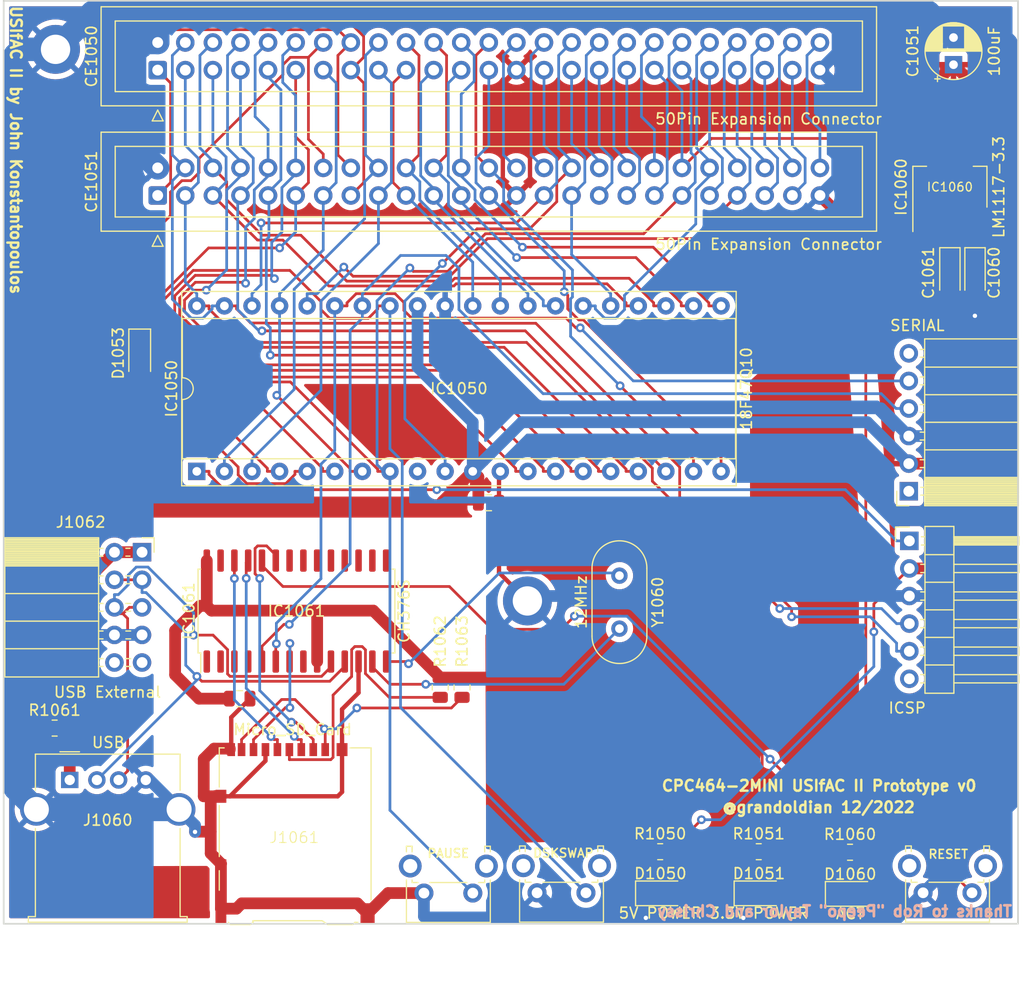
<source format=kicad_pcb>
(kicad_pcb (version 20211014) (generator pcbnew)
  (layers (0 "F.Cu" signal) (31 "B.Cu" signal) (34 "B.Paste" user) (35 "F.Paste" user) (36 "B.SilkS" user "B.Silkscreen") (37 "F.SilkS" user "F.Silkscreen") (38 "B.Mask" user) (39 "F.Mask" user) (44 "Edge.Cuts" user))
  (net 0 "")
  (net 1 "GND")
  (net 2 "Net-(D1050-Pad2)")
  (net 3 "+5V")
  (net 4 "SOUND")
  (net 5 "+3.3V")
  (net 6 "/Expansion Ports/A15")
  (net 7 "/Expansion Ports/A14")
  (net 8 "/Expansion Ports/A13")
  (net 9 "/Expansion Ports/A12")
  (net 10 "/Expansion Ports/A11")
  (net 11 "/Expansion Ports/A10")
  (net 12 "/Expansion Ports/A9")
  (net 13 "/Expansion Ports/A8")
  (net 14 "/Expansion Ports/A7")
  (net 15 "/Expansion Ports/A6")
  (net 16 "/Expansion Ports/A5")
  (net 17 "/Expansion Ports/A4")
  (net 18 "/Expansion Ports/A3")
  (net 19 "/Expansion Ports/A2")
  (net 20 "/Expansion Ports/A1")
  (net 21 "/Expansion Ports/A0")
  (net 22 "/Expansion Ports/D7")
  (net 23 "/Expansion Ports/D6")
  (net 24 "/Expansion Ports/D5")
  (net 25 "/Expansion Ports/D4")
  (net 26 "/Expansion Ports/D3")
  (net 27 "/Expansion Ports/D2")
  (net 28 "/Expansion Ports/D1")
  (net 29 "MREQ")
  (net 30 "M1")
  (net 31 "RFSH")
  (net 32 "IORQ")
  (net 33 "RD")
  (net 34 "WR")
  (net 35 "HALT")
  (net 36 "INT")
  (net 37 "NMI")
  (net 38 "BUSRQ")
  (net 39 "BUSAK")
  (net 40 "READY")
  (net 41 "BUS")
  (net 42 "RESET")
  (net 43 "ROMEN")
  (net 44 "ROMDIS")
  (net 45 "RAMRD")
  (net 46 "RAMDIS")
  (net 47 "CURSOR")
  (net 48 "LPEN")
  (net 49 "EXP")
  (net 50 "A100")
  (net 51 "DSKSWAP")
  (net 52 "MCLR")
  (net 54 "URX")
  (net 55 "UTX")
  (net 59 "/Expansion Ports/D0")
  (net 60 "Net-(D1060-Pad1)")
  (net 65 "Net-(IC1061-Pad7)")
  (net 67 "UDP")
  (net 68 "UDN")
  (net 69 "Net-(IC1061-Pad13)")
  (net 70 "Net-(IC1061-Pad14)")
  (net 79 "Net-(IC1061-Pad23)")
  (net 80 "Net-(IC1061-Pad24)")
  (net 81 "Net-(IC1061-Pad25)")
  (net 82 "Net-(IC1061-Pad26)")
  (net 84 "Net-(J1060-Pad1)")
  (net 85 "Net-(J1061-Pad4)")
  (net 86 "Net-(D1051-Pad2)")
  (net 87 "Net-(J1061-Pad1)")
  (footprint "MountingHole:MountingHole_2.7mm_M2.5_ISO14580_Pad" (layer "F.Cu") (at 81.7068 76.7792)
    (fp_text reference "H7" hide)
    (fp_text value "MountingHole" hide)
  )
  (footprint "Button_Switch_THT:SW_Tactile_SPST_Angled_PTS645Vx58-2LFS" (layer "F.Cu") (at 87.0966 103.6574 180)
    (fp_text reference "SW1052" hide)
    (fp_text value "DSKSWAP")
  )
  (footprint "CPC464-MINI:EXPANSION_IDC_ANONYMISED" (layer "F.Cu") (at 47.6758 27.8892 90)
    (fp_text reference "CE1050")
    (fp_text value "50Pin Expansion Connector")
  )
  (footprint "Crystal:Crystal_HC49-U_Vertical" (layer "F.Cu") (at 90.18 74.45 -90)
    (fp_text reference "Y1060")
    (fp_text value "12MHz")
  )
  (footprint "MountingHole:MountingHole_2.7mm_M2.5_ISO14580_Pad" (layer "F.Cu") (at 38.2728 25.9792)
    (fp_text reference "H1" hide)
    (fp_text value "MountingHole" hide)
  )
  (footprint "Resistor_SMD:R_0805_2012Metric" (layer "F.Cu") (at 38.19 88.49)
    (fp_text reference "R1061")
    (fp_text value "1R" hide)
  )
  (footprint "Resistor_SMD:R_0805_2012Metric" (layer "F.Cu") (at 93.9292 99.8728)
    (fp_text reference "R1050")
    (fp_text value "1K" hide)
  )
  (footprint "Capacitor_Tantalum_SMD:CP_EIA-3216-18_Kemet-A" (layer "F.Cu") (at 122.9106 46.5582 -90)
    (fp_text reference "C1060")
    (fp_text value "10uF" hide)
  )
  (footprint "Diode_SMD:D_SOD-123" (layer "F.Cu") (at 46.02 53.99 -90)
    (fp_text reference "D1053")
    (fp_text value "1N4148" hide)
  )
  (footprint "Connector_PinSocket_2.54mm:PinSocket_2x05_P2.54mm_Horizontal" (layer "F.Cu") (at 46.235 72.29)
    (fp_text reference "J1062")
    (fp_text value "USB External")
  )
  (footprint "Connector_Card:microSD_HC_Hirose_DM3AT-SF-PEJM5" (layer "F.Cu") (at 60.3204 98.1952)
    (fp_text reference "J1061" hide)
    (fp_text value "Micro_SD_Card")
  )
  (footprint "LED_SMD:LED_1206_3216Metric" (layer "F.Cu") (at 103.0224 103.7082)
    (fp_text reference "D1051")
    (fp_text value "3.3V POWER")
  )
  (footprint "Connector_PinSocket_2.54mm:PinSocket_1x06_P2.54mm_Horizontal" (layer "F.Cu") (at 116.8154 66.675 180)
    (fp_text reference "J1050" hide)
    (fp_text value "SERIAL")
  )
  (footprint "Button_Switch_THT:SW_Tactile_SPST_Angled_PTS645Vx58-2LFS" (layer "F.Cu") (at 122.6312 103.6574 180)
    (fp_text reference "SW1050" hide)
    (fp_text value "RESET")
  )
  (footprint "Resistor_SMD:R_0805_2012Metric" (layer "F.Cu") (at 103.0024 99.8728)
    (fp_text reference "R1051")
    (fp_text value "470R" hide)
  )
  (footprint "Capacitor_Tantalum_SMD:CP_EIA-3216-18_Kemet-A" (layer "F.Cu") (at 120.5992 46.5582 -90)
    (fp_text reference "C1061")
    (fp_text value "10uF" hide)
  )
  (footprint "Package_TO_SOT_SMD:SOT-223-3_TabPin2" (layer "F.Cu") (at 120.5992 38.6588 90)
    (fp_text reference "IC1060")
    (fp_text value "LM1117-3.3")
  )
  (footprint "CPC464-MINI:EXPANSION_IDC_ANONYMISED" (layer "F.Cu") (at 47.6758 39.4367 90)
    (fp_text reference "CE1051")
    (fp_text value "50Pin Expansion Connector")
  )
  (footprint "Resistor_SMD:R_0805_2012Metric" (layer "F.Cu") (at 73.6834 84.7458 90)
    (fp_text reference "R1062")
    (fp_text value "1R" hide)
  )
  (footprint "Capacitor_SMD:C_0805_2012Metric" (layer "F.Cu") (at 55.2196 85.7758)
    (fp_text reference "C1062" hide)
    (fp_text value "100nF" hide)
  )
  (footprint "Capacitor_THT:CP_Radial_D5.0mm_P2.50mm" (layer "F.Cu") (at 120.9294 27.392 90)
    (fp_text reference "C1051")
    (fp_text value "100uF")
  )
  (footprint "Capacitor_SMD:C_0805_2012Metric" (layer "F.Cu") (at 78.1432 67.7356)
    (fp_text reference "C1050" hide)
    (fp_text value "100nF" hide)
  )
  (footprint "Connector_USB:USB_A_Molex_67643_Horizontal" (layer "F.Cu") (at 39.5784 93.2682)
    (fp_text reference "J1060" hide)
    (fp_text value "USB")
  )
  (footprint "Resistor_SMD:R_0805_2012Metric" (layer "F.Cu") (at 75.69 84.7458 90)
    (fp_text reference "R1063")
    (fp_text value "10K" hide)
  )
  (footprint "LED_SMD:LED_1206_3216Metric" (layer "F.Cu") (at 111.4244 103.759)
    (fp_text reference "D1060")
    (fp_text value "ACT")
  )
  (footprint "Connector_PinHeader_2.54mm:PinHeader_1x06_P2.54mm_Horizontal" (layer "F.Cu") (at 116.8654 71.247)
    (fp_text reference "J1051" hide)
    (fp_text value "ICSP")
  )
  (footprint "Button_Switch_THT:SW_Tactile_SPST_Angled_PTS645Vx58-2LFS" (layer "F.Cu") (at 76.6826 103.6828 180)
    (fp_text reference "SW1051" hide)
    (fp_text value "PAUSE")
  )
  (footprint "Resistor_SMD:R_0805_2012Metric" (layer "F.Cu") (at 111.4044 99.9236)
    (fp_text reference "R1060")
    (fp_text value "1K" hide)
  )
  (footprint "Package_SO:SOIC-28W_7.5x17.9mm_P1.27mm" (layer "F.Cu") (at 60.45 77.71 90)
    (fp_text reference "IC1061")
    (fp_text value "CH376S")
  )
  (footprint "Package_DIP:DIP-40_W15.24mm_Socket" (layer "F.Cu") (at 51.275 64.845 90)
    (fp_text reference "IC1050")
    (fp_text value "18F47Q10")
  )
  (footprint "LED_SMD:LED_1206_3216Metric" (layer "F.Cu") (at 93.9492 103.7082)
    (fp_text reference "D1050")
    (fp_text value "5V POWER")
  )
  (gr_rect (start 33.4976 21.5088) (end 126.868 106.5088) (layer "Edge.Cuts") (width 0.15) (fill none))
  (gr_text "Thanks to Rob {dblquote}Peepo{dblquote} Taylor and Chrissy" (at 109.982 105.3592) (layer "B.SilkS") (effects (font (size 1 1) (thickness 0.25)) (justify mirror)))
  (gr_text "@grandoldian 12/2022" (at 108.5088 95.7834) (layer "F.SilkS") (effects (font (size 1 1) (thickness 0.225))))
  (gr_text "CPC464-2MINI USIfAC II Prototype v0" (at 108.5596 93.8022) (layer "F.SilkS") (effects (font (size 1 1) (thickness 0.225))))
  (gr_text "USIfAC II by John Konstantopoulos" (at 34.6202 35.2552 270) (layer "F.SilkS") (effects (font (size 1 1) (thickness 0.225))))
  (segment (start 53.4954 105.12) (end 53.4954 100.9702) (width 1.08) (layer "F.Cu") (net 1))
  (segment (start 108.6358 39.4367) (end 108.636 39.4367) (width 0.25) (layer "F.Cu") (net 1))
  (segment (start 53.4954 100.9702) (end 53.4954 100.97) (width 1.08) (layer "F.Cu") (net 1))
  (segment (start 64.6454 86.7546) (end 66.165 85.235) (width 0.4) (layer "F.Cu") (net 1))
  (segment (start 52.5554 95.1465) (end 52.9317 94.7702) (width 1.08) (layer "F.Cu") (net 1))
  (segment (start 64.6454 94.3746) (end 64.2498 94.7702) (width 0.4) (layer "F.Cu") (net 1))
  (segment (start 54.9186 105.12) (end 53.4954 105.12) (width 1.08) (layer "F.Cu") (net 1))
  (segment (start 66.9954 105.5702) (end 66.9954 105.57) (width 0.25) (layer "F.Cu") (net 1))
  (segment (start 54.3282 94.7702) (end 53.4954 94.7702) (width 0.4) (layer "F.Cu") (net 1))
  (segment (start 64.2498 94.7702) (end 54.3282 94.7702) (width 0.4) (layer "F.Cu") (net 1))
  (segment (start 66.0554 104.63) (end 55.4086 104.63) (width 1.08) (layer "F.Cu") (net 1))
  (segment (start 79.0932 67.7356) (end 79.0932 64.9668) (width 0.4) (layer "F.Cu") (net 1))
  (segment (start 66.9954 105.57) (end 66.0554 104.63) (width 1.08) (layer "F.Cu") (net 1))
  (segment (start 66.165 85.235) (end 66.165 82.36) (width 0.4) (layer "F.Cu") (net 1))
  (segment (start 51.9154 94.7702) (end 51.9154 91.3365) (width 1.08) (layer "F.Cu") (net 1))
  (segment (start 53.4954 100.97) (end 52.5554 100.03) (width 1.08) (layer "F.Cu") (net 1))
  (segment (start 57.5954 90.4702) (end 57.5954 91.503) (width 0.4) (layer "F.Cu") (net 1))
  (segment (start 79.0932 74.1656) (end 81.7068 76.7792) (width 0.4) (layer "F.Cu") (net 1))
  (segment (start 118.299 41.8088) (end 118.2992 41.8088) (width 0.25) (layer "F.Cu") (net 1))
  (segment (start 52.8719 90.38) (end 54.3054 90.38) (width 1.08) (layer "F.Cu") (net 1))
  (segment (start 101.622 103.7082) (end 101.622 105.925) (width 1.08) (layer "F.Cu") (net 1))
  (segment (start 52.9317 94.7702) (end 53.4954 94.7702) (width 1.08) (layer "F.Cu") (net 1))
  (segment (start 52.9317 94.7702) (end 51.9154 94.7702) (width 1.08) (layer "F.Cu") (net 1))
  (segment (start 111.008 41.8088) (end 108.636 39.4367) (width 1.08) (layer "F.Cu") (net 1))
  (segment (start 92.5492 105.907) (end 92.6112 105.969) (width 1.08) (layer "F.Cu") (net 1))
  (segment (start 54.3054 90.4251) (end 54.3054 90.4702) (width 1.08) (layer "F.Cu") (net 1))
  (segment (start 54.4454 90.4702) (end 54.4454 87.5) (width 0.4) (layer "F.Cu") (net 1))
  (segment (start 101.622 105.925) (end 101.579 105.969) (width 1.08) (layer "F.Cu") (net 1))
  (segment (start 52.5554 98.0246) (end 51.1354 98.0246) (width 1.08) (layer "F.Cu") (net 1))
  (segment (start 79.0932 64.9668) (end 79.215 64.845) (width 0.4) (layer "F.Cu") (net 1))
  (segment (start 54.4003 90.4251) (end 54.4454 90.4702) (width 0.25) (layer "F.Cu") (net 1))
  (segment (start 68.8828 103.683) (end 66.9954 105.57) (width 1.08) (layer "F.Cu") (net 1))
  (segment (start 64.6454 90.4702) (end 64.6454 86.7546) (width 0.4) (layer "F.Cu") (net 1))
  (segment (start 51.1354 98.0246) (end 51.11 98.05) (width 1.08) (layer "F.Cu") (net 1))
  (segment (start 72.1826 103.683) (end 68.8828 103.683) (width 1.08) (layer "F.Cu") (net 1))
  (segment (start 64.6454 90.4702) (end 64.6454 94.3746) (width 0.4) (layer "F.Cu") (net 1))
  (segment (start 120.5992 47.9082) (end 122.9106 47.9082) (width 1.08) (layer "F.Cu") (net 1))
  (segment (start 122.911 50.5094) (end 122.9 50.52) (width 1.08) (layer "F.Cu") (net 1))
  (segment (start 51.9154 91.3365) (end 52.8719 90.38) (width 1.08) (layer "F.Cu") (net 1))
  (segment (start 79.0932 67.7356) (end 79.0932 74.1656) (width 0.4) (layer "F.Cu") (net 1))
  (segment (start 57.5954 91.503) (end 54.3282 94.7702) (width 0.4) (layer "F.Cu") (net 1))
  (segment (start 53.4954 105.1202) (end 53.4954 105.12) (width 0.25) (layer "F.Cu") (net 1))
  (segment (start 118.299 41.8088) (end 111.008 41.8088) (width 1.08) (layer "F.Cu") (net 1))
  (segment (start 122.911 47.9082) (end 122.911 50.5094) (width 1.08) (layer "F.Cu") (net 1))
  (segment (start 122.9106 47.9082) (end 122.911 47.9082) (width 1.08) (layer "F.Cu") (net 1))
  (segment (start 52.5554 100.03) (end 52.5554 98.0246) (width 1.08) (layer "F.Cu") (net 1))
  (segment (start 54.3054 90.4251) (end 54.4003 90.4251) (width 0.25) (layer "F.Cu") (net 1))
  (segment (start 53.4954 94.7702) (end 52.9317 94.7702) (width 1.08) (layer "F.Cu") (net 1))
  (segment (start 54.4454 87.5) (end 56.1696 85.7758) (width 0.4) (layer "F.Cu") (net 1))
  (segment (start 52.5554 98.0246) (end 52.5554 95.1465) (width 1.08) (layer "F.Cu") (net 1))
  (segment (start 55.4086 104.63) (end 54.9186 105.12) (width 1.08) (layer "F.Cu") (net 1))
  (segment (start 54.3054 90.38) (end 54.3054 90.4251) (width 1.08) (layer "F.Cu") (net 1))
  (segment (start 92.5492 103.7082) (end 92.5492 105.907) (width 1.08) (layer "F.Cu") (net 1))
  (via (at 51.11 98.05) (size 0.8) (drill 0.4) (layers "F.Cu" "B.Cu") (net 1))
  (via (at 92.6112 105.969) (size 0.8) (drill 0.4) (layers "F.Cu" "B.Cu") (net 1))
  (via (at 122.9 50.52) (size 0.8) (drill 0.4) (layers "F.Cu" "B.Cu") (net 1))
  (via (at 101.579 105.969) (size 0.8) (drill 0.4) (layers "F.Cu" "B.Cu") (net 1))
  (segment (start 46.9384 93.2682) (end 49.6484 95.9782) (width 1.08) (layer "B.Cu") (net 1))
  (segment (start 125.18 24.892) (end 125.788 25.5) (width 2.16) (layer "B.Cu") (net 1))
  (segment (start 125.901 61.595) (end 126.328 62.022) (width 1.08) (layer "B.Cu") (net 1))
  (segment (start 116.8154 61.595) (end 125.901 61.595) (width 1.08) (layer "B.Cu") (net 1))
  (segment (start 126.328 76.238) (end 126.328 62.022) (width 1.08) (layer "B.Cu") (net 1))
  (segment (start 84.8692 105.93) (end 84.869 105.93) (width 1.08) (layer "B.Cu") (net 1))
  (segment (start 101.579 105.969) (end 115.82 105.969) (width 1.08) (layer "B.Cu") (net 1))
  (segment (start 116.815 61.595) (end 114.26 59.04) (width 1.08) (layer "B.Cu") (net 1))
  (segment (start 108.636 27.8892) (end 110.259 26.2662) (width 1.08) (layer "B.Cu") (net 1))
  (segment (start 101.579 105.969) (end 92.6112 105.969) (width 1.08) (layer "B.Cu") (net 1))
  (segment (start 74.135 55.9748) (end 74.135 49.605) (width 1.08) (layer "B.Cu") (net 1))
  (segment (start 34.5776 94.0474) (end 36.5084 95.9782) (width 2.16) (layer "B.Cu") (net 1))
  (segment (start 38.2728 25.9792) (end 35.0908 25.9792) (width 2.16) (layer "B.Cu") (net 1))
  (segment (start 110.226 29.4792) (end 109.431 28.6842) (width 1.08) (layer "B.Cu") (net 1))
  (segment (start 92.6112 105.969) (end 84.908 105.969) (width 1.08) (layer "B.Cu") (net 1))
  (segment (start 72.1826 103.683) (end 72.1826 103.6828) (width 0.25) (layer "B.Cu") (net 1))
  (segment (start 45.5458 34.7667) (end 47.6758 36.8967) (width 2.16) (layer "B.Cu") (net 1))
  (segment (start 126.206 50.52) (end 126.328 50.398) (width 1.08) (layer "B.Cu") (net 1))
  (segment (start 110.226 37.8467) (end 110.226 29.4792) (width 1.08) (layer "B.Cu") (net 1))
  (segment (start 109.431 38.6417) (end 110.226 37.8467) (width 1.08) (layer "B.Cu") (net 1))
  (segment (start 34.83 79.91) (end 34.5776 80.1624) (width 1.08) (layer "B.Cu") (net 1))
  (segment (start 126.328 26.04) (end 125.788 25.5) (width 1.08) (layer "B.Cu") (net 1))
  (segment (start 36.5084 95.9782) (end 49.6484 95.9782) (width 2.16) (layer "B.Cu") (net 1))
  (segment (start 116.8654 76.327) (end 82.159 76.327) (width 1.08) (layer "B.Cu") (net 1))
  (segment (start 109.431 28.6842) (end 108.636 27.8892) (width 1.08) (layer "B.Cu") (net 1))
  (segment (start 110.259 22.5888) (end 118.626 22.5888) (width 2.16) (layer "B.Cu") (net 1))
  (segment (start 120.929 24.892) (end 120.9294 24.892) (width 2.16) (layer "B.Cu") (net 1))
  (segment (start 116.8654 76.327) (end 126.239 76.327) (width 1.08) (layer "B.Cu") (net 1))
  (segment (start 109.431 38.6417) (end 109.4308 38.6417) (width 0.25) (layer "B.Cu") (net 1))
  (segment (start 82.159 76.327) (end 81.7068 76.7792) (width 1.08) (layer "B.Cu") (net 1))
  (segment (start 84.908 105.969) (end 84.8692 105.93) (width 1.08) (layer "B.Cu") (net 1))
  (segment (start 118.1312 103.6574) (end 118.131 103.6572) (width 0.25) (layer "B.Cu") (net 1))
  (segment (start 118.131 103.6572) (end 118.131 103.657) (width 0.25) (layer "B.Cu") (net 1))
  (segment (start 34.5776 26.4924) (end 34.5776 80.1624) (width 2.16) (layer "B.Cu") (net 1))
  (segment (start 84.908 105.969) (end 84.869 105.93) (width 1.08) (layer "B.Cu") (net 1))
  (segment (start 46.5784 93.2682) (end 46.9384 93.2682) (width 1.08) (layer "B.Cu") (net 1))
  (segment (start 108.636 39.4367) (end 109.431 38.6417) (width 1.08) (layer "B.Cu") (net 1))
  (segment (start 116.8154 61.595) (end 116.815 61.595) (width 1.08) (layer "B.Cu") (net 1))
  (segment (start 126.328 50.398) (end 126.328 26.04) (width 1.08) (layer "B.Cu") (net 1))
  (segment (start 126.239 76.327) (end 126.328 76.238) (width 1.08) (layer "B.Cu") (net 1))
  (segment (start 47.6758 22.7158) (end 47.6758 25.3492) (width 2.16) (layer "B.Cu") (net 1))
  (segment (start 34.5776 80.1624) (end 34.5776 94.0474) (width 2.16) (layer "B.Cu") (net 1))
  (segment (start 84.869 105.93) (end 82.5968 103.6572) (width 1.08) (layer "B.Cu") (net 1))
  (segment (start 120.9294 24.892) (end 125.18 24.892) (width 2.16) (layer "B.Cu") (net 1))
  (segment (start 122.9 50.52) (end 126.206 50.52) (width 1.08) (layer "B.Cu") (net 1))
  (segment (start 38.2728 25.9792) (end 41.6632 22.5888) (width 2.16) (layer "B.Cu") (net 1))
  (segment (start 41.6632 22.5888) (end 47.5488 22.5888) (width 2.16) (layer "B.Cu") (net 1))
  (segment (start 47.5488 22.5888) (end 110.259 22.5888) (width 2.16) (layer "B.Cu") (net 1))
  (segment (start 47.5488 22.5888) (end 47.6758 22.7158) (width 2.16) (layer "B.Cu") (net 1))
  (segment (start 126.328 62.022) (end 126.328 50.398) (width 1.08) (layer "B.Cu") (net 1))
  (segment (start 109.4308 28.6842) (end 108.6358 27.8892) (width 0.25) (layer "B.Cu") (net 1))
  (segment (start 51.11 97.4398) (end 49.6484 95.9782) (width 1.08) (layer "B.Cu") (net 1))
  (segment (start 46.235 79.91) (end 43.695 79.91) (width 1.08) (layer "B.Cu") (net 1))
  (segment (start 115.82 105.969) (end 118.131 103.657) (width 1.08) (layer "B.Cu") (net 1))
  (segment (start 118.131 103.657) (end 126.328 95.4606) (width 1.08) (layer "B.Cu") (net 1))
  (segment (start 43.695 79.91) (end 34.83 79.91) (width 1.08) (layer "B.Cu") (net 1))
  (segment (start 84.869 105.93) (end 72.28 105.93) (width 1.08) (layer "B.Cu") (net 1))
  (segment (start 118.626 22.5888) (end 120.929 24.892) (width 2.16) (layer "B.Cu") (net 1))
  (segment (start 47.6758 25.3492) (end 46.4737 25.3492) (width 2.16) (layer "B.Cu") (net 1))
  (segment (start 110.259 26.2662) (end 110.259 22.5888) (width 1.08) (layer "B.Cu") (net 1))
  (segment (start 109.4308 38.6417) (end 108.6358 39.4367) (width 0.25) (layer "B.Cu") (net 1))
  (segment (start 72.28 105.93) (end 72.1826 105.833) (width 1.08) (layer "B.Cu") (net 1))
  (segment (start 35.0908 25.9792) (end 34.5776 26.4924) (width 2.16) (layer "B.Cu") (net 1))
  (segment (start 77.2002 59.04) (end 74.135 55.9748) (width 1.08) (layer "B.Cu") (net 1))
  (segment (start 72.1826 105.833) (end 72.1826 103.683) (width 1.08) (layer "B.Cu") (net 1))
  (segment (start 109.431 28.6842) (end 109.4308 28.6842) (width 0.25) (layer "B.Cu") (net 1))
  (segment (start 114.26 59.04) (end 77.2002 59.04) (width 1.08) (layer "B.Cu") (net 1))
  (segment (start 51.11 98.05) (end 51.11 97.4398) (width 1.08) (layer "B.Cu") (net 1))
  (segment (start 126.328 95.4606) (end 126.328 76.238) (width 1.08) (layer "B.Cu") (net 1))
  (segment (start 45.5458 26.2771) (end 45.5458 34.7667) (width 2.16) (layer "B.Cu") (net 1))
  (segment (start 46.4737 25.3492) (end 45.5458 26.2771) (width 2.16) (layer "B.Cu") (net 1))
  (segment (start 95.3492 103.7082) (end 93.0167 101.3757) (width 0.25) (layer "F.Cu") (net 2))
  (segment (start 93.0167 101.3757) (end 93.0167 99.8728) (width 0.25) (layer "F.Cu") (net 2))
  (segment (start 126.328 45.458) (end 126.328 64.162) (width 1.08) (layer "F.Cu") (net 3))
  (segment (start 81.91 32.61) (end 81.91 33.49) (width 0.4) (layer "F.Cu") (net 3))
  (segment (start 81.9458 38.1867) (end 81.9458 33.5258) (width 0.4) (layer "F.Cu") (net 3))
  (segment (start 116.8154 64.135) (end 126.301 64.135) (width 1.08) (layer "F.Cu") (net 3))
  (segment (start 81.9458 33.1558) (end 81.94 33.15) (width 0.4) (layer "F.Cu") (net 3))
  (segment (start 120.9294 27.392) (end 119.8043 27.392) (width 0.25) (layer "F.Cu") (net 3))
  (segment (start 121.893 73.787) (end 116.8654 73.787) (width 1.08) (layer "F.Cu") (net 3))
  (segment (start 94.8417 99.8131) (end 94.8417 99.8728) (width 0.25) (layer "F.Cu") (net 3))
  (segment (start 81.9458 33.5258) (end 81.9458 33.1558) (width 0.4) (layer "F.Cu") (net 3))
  (segment (start 119.8043 28.5167) (end 119.8043 27.392) (width 0.25) (layer "F.Cu") (net 3))
  (segment (start 126.328 64.162) (end 126.328 69.352) (width 1.08) (layer "F.Cu") (net 3))
  (segment (start 79.4458 38.1867) (end 79.4458 29.1392) (width 0.4) (layer "F.Cu") (net 3))
  (segment (start 77.1932 65.3632) (end 76.675 64.845) (width 1.08) (layer "F.Cu") (net 3))
  (segment (start 80.6958 39.4367) (end 79.4458 38.1867) (width 0.4) (layer "F.Cu") (net 3))
  (segment (start 81.91 29.1034) (end 81.91 32.61) (width 0.4) (layer "F.Cu") (net 3))
  (segment (start 80.6958 39.4367) (end 81.9458 38.1867) (width 0.4) (layer "F.Cu") (net 3))
  (segment (start 122.911 45.2082) (end 122.9106 45.2082) (width 0.25) (layer "F.Cu") (net 3))
  (segment (start 73.89 67.63) (end 76.675 64.845) (width 1.08) (layer "F.Cu") (net 3))
  (segment (start 122.911 45.2082) (end 126.078 45.2082) (width 1.08) (layer "F.Cu") (net 3))
  (segment (start 126.328 42.008) (end 126.328 45.458) (width 1.08) (layer "F.Cu") (net 3))
  (segment (start 126.328 42.008) (end 126.328 32.7906) (width 1.08) (layer "F.Cu") (net 3))
  (segment (start 79.4458 29.1392) (end 80.6958 27.8892) (width 0.4) (layer "F.Cu") (net 3))
  (segment (start 80.6958 27.8892) (end 81.91 29.1034) (width 0.4) (layer "F.Cu") (net 3))
  (segment (start 97.7278 96.927) (end 94.8417 99.8131) (width 0.25) (layer "F.Cu") (net 3))
  (segment (start 39.1025 88.49) (end 39.1025 73.1773) (width 1.08) (layer "F.Cu") (net 3))
  (segment (start 120.929 27.392) (end 119.8043 28.5167) (width 1.08) (layer "F.Cu") (net 3))
  (segment (start 126.301 64.135) (end 126.328 64.162) (width 1.08) (layer "F.Cu") (net 3))
  (segment (start 113.5975 77.0547) (end 113.5975 79.6227) (width 0.25) (layer "F.Cu") (net 3))
  (segment (start 119.8043 28.5167) (end 115.711 32.61) (width 1.08) (layer "F.Cu") (net 3))
  (segment (start 44.3198 67.96) (end 73.89 67.96) (width 1.08) (layer "F.Cu") (net 3))
  (segment (start 122.8992 41.8088) (end 126.129 41.8088) (width 1.08) (layer "F.Cu") (net 3))
  (segment (start 39.1025 73.1773) (end 44.3198 67.96) (width 1.08) (layer "F.Cu") (net 3))
  (segment (start 115.711 32.61) (end 81.91 32.61) (width 1.08) (layer "F.Cu") (net 3))
  (segment (start 81.91 33.49) (end 81.9458 33.5258) (width 0.4) (layer "F.Cu") (net 3))
  (segment (start 126.328 32.7906) (end 120.929 27.392) (width 1.08) (layer "F.Cu") (net 3))
  (segment (start 77.1932 67.7356) (end 77.1932 65.3632) (width 1.08) (layer "F.Cu") (net 3))
  (segment (start 116.8652 73.787) (end 113.5975 77.0547) (width 0.25) (layer "F.Cu") (net 3))
  (segment (start 126.328 69.352) (end 121.893 73.787) (width 1.08) (layer "F.Cu") (net 3))
  (segment (start 73.89 67.96) (end 73.89 67.63) (width 1.08) (layer "F.Cu") (net 3))
  (segment (start 126.129 41.8088) (end 126.328 42.008) (width 1.08) (layer "F.Cu") (net 3))
  (segment (start 126.078 45.2082) (end 126.328 45.458) (width 1.08) (layer "F.Cu") (net 3))
  (via (at 113.5975 79.6227) (size 0.8) (drill 0.4) (layers "F.Cu" "B.Cu") (net 3))
  (via (at 97.7278 96.927) (size 0.8) (drill 0.4) (layers "F.Cu" "B.Cu") (net 3))
  (segment (start 97.7278 96.927) (end 99.4912 96.927) (width 0.25) (layer "B.Cu") (net 3))
  (segment (start 71.595 55.245) (end 71.595 49.605) (width 1.08) (layer "B.Cu") (net 3))
  (segment (start 76.675 60.325) (end 71.595 55.245) (width 1.08) (layer "B.Cu") (net 3))
  (segment (start 113 60.32) (end 116.815 64.135) (width 1.08) (layer "B.Cu") (net 3))
  (segment (start 76.675 64.845) (end 81.2 60.32) (width 1.08) (layer "B.Cu") (net 3))
  (segment (start 113.5975 82.8207) (end 113.5975 79.6227) (width 0.25) (layer "B.Cu") (net 3))
  (segment (start 81.2 60.32) (end 113 60.32) (width 1.08) (layer "B.Cu") (net 3))
  (segment (start 76.675 64.845) (end 76.675 60.325) (width 1.08) (layer "B.Cu") (net 3))
  (segment (start 99.4912 96.927) (end 113.5975 82.8207) (width 0.25) (layer "B.Cu") (net 3))
  (segment (start 48.8664 29.0798) (end 47.6758 27.8892) (width 0.25) (layer "F.Cu") (net 4))
  (segment (start 48.8664 38.2461) (end 48.8664 29.0798) (width 0.25) (layer "F.Cu") (net 4))
  (segment (start 47.6758 39.4367) (end 48.8664 38.2461) (width 0.25) (layer "F.Cu") (net 4))
  (segment (start 120.599 45.2082) (end 117.902 45.2082) (width 1.08) (layer "F.Cu") (net 5))
  (segment (start 120.5992 35.5088) (end 120.599 35.5088) (width 0.25) (layer "F.Cu") (net 5))
  (segment (start 67.5201 77.67) (end 62.17 77.67) (width 1.08) (layer "F.Cu") (net 5))
  (segment (start 49.28 83.58) (end 51.4758 85.7758) (width 1.08) (layer "F.Cu") (net 5))
  (segment (start 120.599 44.0585) (end 120.5992 44.0587) (width 0.25) (layer "F.Cu") (net 5))
  (segment (start 104.661 88.51) (end 82.63 88.51) (width 1.08) (layer "F.Cu") (net 5))
  (segment (start 52.195 77.235) (end 52.195 73.06) (width 1.08) (layer "F.Cu") (net 5))
  (segment (start 62.17 77.67) (end 62.355 77.855) (width 1.08) (layer "F.Cu") (net 5))
  (segment (start 117.902 45.2082) (end 107.17 55.94) (width 1.08) (layer "F.Cu") (net 5))
  (segment (start 75.69 83.8333) (end 73.6834 83.8333) (width 1.08) (layer "F.Cu") (net 5))
  (segment (start 82.63 88.51) (end 77.9533 83.8333) (width 1.08) (layer "F.Cu") (net 5))
  (segment (start 103.3188 89.8522) (end 103.3188 99.2767) (width 0.25) (layer "F.Cu") (net 5))
  (segment (start 49.28 79.51) (end 49.28 83.58) (width 1.08) (layer "F.Cu") (net 5))
  (segment (start 62.17 77.67) (end 52.63 77.67) (width 1.08) (layer "F.Cu") (net 5))
  (segment (start 52.195 77.235) (end 51.555 77.235) (width 1.08) (layer "F.Cu") (net 5))
  (segment (start 107.17 88.51) (end 104.661 88.51) (width 1.08) (layer "F.Cu") (net 5))
  (segment (start 77.9533 83.8333) (end 75.69 83.8333) (width 1.08) (layer "F.Cu") (net 5))
  (segment (start 120.599 44.0585) (end 120.599 45.2082) (width 1.08) (layer "F.Cu") (net 5))
  (segment (start 120.599 35.5088) (end 120.599 40.3585) (width 1.08) (layer "F.Cu") (net 5))
  (segment (start 51.4758 85.7758) (end 54.2696 85.7758) (width 1.08) (layer "F.Cu") (net 5))
  (segment (start 120.5992 40.3587) (end 120.5992 41.8088) (width 0.25) (layer "F.Cu") (net 5))
  (segment (start 120.599 40.3585) (end 120.5992 40.3587) (width 0.25) (layer "F.Cu") (net 5))
  (segment (start 52.63 77.67) (end 52.195 77.235) (width 1.08) (layer "F.Cu") (net 5))
  (segment (start 107.17 55.94) (end 107.17 88.51) (width 1.08) (layer "F.Cu") (net 5))
  (segment (start 51.555 77.235) (end 49.28 79.51) (width 1.08) (layer "F.Cu") (net 5))
  (segment (start 120.5992 44.0587) (end 120.5992 45.2082) (width 0.25) (layer "F.Cu") (net 5))
  (segment (start 109.0172 104.9751) (end 111.6083 104.9751) (width 0.25) (layer "F.Cu") (net 5))
  (segment (start 111.6083 104.9751) (end 112.8244 103.759) (width 0.25) (layer "F.Cu") (net 5))
  (segment (start 103.9149 99.8728) (end 109.0172 104.9751) (width 0.25) (layer "F.Cu") (net 5))
  (segment (start 73.6834 83.8333) (end 67.5201 77.67) (width 1.08) (layer "F.Cu") (net 5))
  (segment (start 120.599 40.3585) (end 120.599 44.0585) (width 1.08) (layer "F.Cu") (net 5))
  (segment (start 62.355 77.855) (end 62.355 82.36) (width 1.08) (layer "F.Cu") (net 5))
  (segment (start 103.3188 99.2767) (end 103.9149 99.8728) (width 0.25) (layer "F.Cu") (net 5))
  (segment (start 104.661 88.51) (end 103.3188 89.8522) (width 0.25) (layer "F.Cu") (net 5))
  (segment (start 81.6325 52.9692) (end 93.2079 64.5446) (width 0.25) (layer "F.Cu") (net 6))
  (segment (start 52.4001 49.8863) (end 55.483 52.9692) (width 0.25) (layer "F.Cu") (net 6))
  (segment (start 55.483 52.9692) (end 81.6325 52.9692) (width 0.25) (layer "F.Cu") (net 6))
  (segment (start 51.275 49.605) (end 52.4001 49.605) (width 0.25) (layer "F.Cu") (net 6))
  (segment (start 93.2079 65.7482) (end 104.9394 77.4797) (width 0.25) (layer "F.Cu") (net 6))
  (segment (start 52.4001 49.605) (end 52.4001 49.8863) (width 0.25) (layer "F.Cu") (net 6))
  (segment (start 93.2079 64.5446) (end 93.2079 65.7482) (width 0.25) (layer "F.Cu") (net 6))
  (via (at 104.9394 77.4797) (size 0.8) (drill 0.4) (layers "F.Cu" "B.Cu") (net 6))
  (segment (start 50.2158 39.4367) (end 51.4194 38.2331) (width 0.25) (layer "B.Cu") (net 6))
  (segment (start 51.275 49.605) (end 51.275 48.4799) (width 0.25) (layer "B.Cu") (net 6))
  (segment (start 50.2158 39.4367) (end 50.2158 47.4207) (width 0.25) (layer "B.Cu") (net 6))
  (segment (start 51.4194 36.0259) (end 50.2158 34.8223) (width 0.25) (layer "B.Cu") (net 6))
  (segment (start 51.4194 38.2331) (end 51.4194 36.0259) (width 0.25) (layer "B.Cu") (net 6))
  (segment (start 116.8654 78.867) (end 115.6903 78.867) (width 0.25) (layer "B.Cu") (net 6))
  (segment (start 104.9394 77.4797) (end 114.303 77.4797) (width 0.25) (layer "B.Cu") (net 6))
  (segment (start 50.2158 47.4207) (end 51.275 48.4799) (width 0.25) (layer "B.Cu") (net 6))
  (segment (start 50.2158 34.8223) (end 50.2158 27.8892) (width 0.25) (layer "B.Cu") (net 6))
  (segment (start 114.303 77.4797) (end 115.6903 78.867) (width 0.25) (layer "B.Cu") (net 6))
  (segment (start 54.9401 49.8863) (end 54.9401 49.605) (width 0.25) (layer "F.Cu") (net 7))
  (segment (start 106.0294 78.2409) (end 106.0294 77.5047) (width 0.25) (layer "F.Cu") (net 7))
  (segment (start 57.5732 51.18) (end 56.2338 51.18) (width 0.25) (layer "F.Cu") (net 7))
  (segment (start 106.0294 77.5047) (end 95.725 67.2003) (width 0.25) (layer "F.Cu") (net 7))
  (segment (start 95.725 64.4492) (end 82.4811 51.2053) (width 0.25) (layer "F.Cu") (net 7))
  (segment (start 82.4811 51.2053) (end 57.5985 51.2053) (width 0.25) (layer "F.Cu") (net 7))
  (segment (start 56.2338 51.18) (end 54.9401 49.8863) (width 0.25) (layer "F.Cu") (net 7))
  (segment (start 95.725 67.2003) (end 95.725 64.4492) (width 0.25) (layer "F.Cu") (net 7))
  (segment (start 53.815 49.605) (end 54.9401 49.605) (width 0.25) (layer "F.Cu") (net 7))
  (segment (start 57.5985 51.2053) (end 57.5732 51.18) (width 0.25) (layer "F.Cu") (net 7))
  (via (at 106.0294 78.2409) (size 0.8) (drill 0.4) (layers "F.Cu" "B.Cu") (net 7))
  (segment (start 115.6903 80.662) (end 113.2692 78.2409) (width 0.25) (layer "B.Cu") (net 7))
  (segment (start 50.775 50.742) (end 49.0237 48.9907) (width 0.25) (layer "B.Cu") (net 7))
  (segment (start 113.2692 78.2409) (end 106.0294 78.2409) (width 0.25) (layer "B.Cu") (net 7))
  (segment (start 49.0237 48.9907) (end 49.0237 38.0888) (width 0.25) (layer "B.Cu") (net 7))
  (segment (start 115.6903 81.407) (end 115.6903 80.662) (width 0.25) (layer "B.Cu") (net 7))
  (segment (start 49.0237 35.7046) (end 49.0237 26.5413) (width 0.25) (layer "B.Cu") (net 7))
  (segment (start 52.6899 49.8863) (end 51.8342 50.742) (width 0.25) (layer "B.Cu") (net 7))
  (segment (start 51.8342 50.742) (end 50.775 50.742) (width 0.25) (layer "B.Cu") (net 7))
  (segment (start 116.8654 81.407) (end 115.6903 81.407) (width 0.25) (layer "B.Cu") (net 7))
  (segment (start 49.0237 26.5413) (end 50.2158 25.3492) (width 0.25) (layer "B.Cu") (net 7))
  (segment (start 49.0237 38.0888) (end 50.2158 36.8967) (width 0.25) (layer "B.Cu") (net 7))
  (segment (start 50.2158 36.8967) (end 49.0237 35.7046) (width 0.25) (layer "B.Cu") (net 7))
  (segment (start 53.815 49.605) (end 52.6899 49.605) (width 0.25) (layer "B.Cu") (net 7))
  (segment (start 52.6899 49.605) (end 52.6899 49.8863) (width 0.25) (layer "B.Cu") (net 7))
  (segment (start 56.8635 43.5444) (end 59.1983 43.5444) (width 0.25) (layer "F.Cu") (net 8))
  (segment (start 75.1409 47.5734) (end 89.0396 47.5734) (width 0.25) (layer "F.Cu") (net 8))
  (segment (start 63.4278 47.7739) (end 74.9404 47.7739) (width 0.25) (layer "F.Cu") (net 8))
  (segment (start 89.0396 47.5734) (end 90.7899 49.3237) (width 0.25) (layer "F.Cu") (net 8))
  (segment (start 90.7899 49.3237) (end 90.7899 49.605) (width 0.25) (layer "F.Cu") (net 8))
  (segment (start 59.1983 43.5444) (end 63.4278 47.7739) (width 0.25) (layer "F.Cu") (net 8))
  (segment (start 91.915 49.605) (end 90.7899 49.605) (width 0.25) (layer "F.Cu") (net 8))
  (segment (start 52.7558 39.4367) (end 56.8635 43.5444) (width 0.25) (layer "F.Cu") (net 8))
  (segment (start 74.9404 47.7739) (end 75.1409 47.5734) (width 0.25) (layer "F.Cu") (net 8))
  (segment (start 52.7558 34.6749) (end 53.9732 35.8923) (width 0.25) (layer "B.Cu") (net 8))
  (segment (start 53.9732 35.8923) (end 53.9732 38.2193) (width 0.25) (layer "B.Cu") (net 8))
  (segment (start 52.7558 27.8892) (end 52.7558 34.6749) (width 0.25) (layer "B.Cu") (net 8))
  (segment (start 53.9732 38.2193) (end 52.7558 39.4367) (width 0.25) (layer "B.Cu") (net 8))
  (segment (start 94.455 49.605) (end 93.3299 49.605) (width 0.25) (layer "F.Cu") (net 9))
  (segment (start 60.85 43.0943) (end 65.0795 47.3238) (width 0.25) (layer "F.Cu") (net 9))
  (segment (start 91.0674 47.0612) (end 93.3299 49.3237) (width 0.25) (layer "F.Cu") (net 9))
  (segment (start 57.2868 43.0943) (end 60.85 43.0943) (width 0.25) (layer "F.Cu") (net 9))
  (segment (start 65.0795 47.3238) (end 74.7539 47.3238) (width 0.25) (layer "F.Cu") (net 9))
  (segment (start 54.0258 39.8333) (end 57.2868 43.0943) (width 0.25) (layer "F.Cu") (net 9))
  (segment (start 75.0165 47.0612) (end 91.0674 47.0612) (width 0.25) (layer "F.Cu") (net 9))
  (segment (start 93.3299 49.3237) (end 93.3299 49.605) (width 0.25) (layer "F.Cu") (net 9))
  (segment (start 74.7539 47.3238) (end 75.0165 47.0612) (width 0.25) (layer "F.Cu") (net 9))
  (segment (start 54.0258 38.1667) (end 54.0258 39.8333) (width 0.25) (layer "F.Cu") (net 9))
  (segment (start 52.7558 36.8967) (end 54.0258 38.1667) (width 0.25) (layer "F.Cu") (net 9))
  (segment (start 52.7558 36.2602) (end 51.5652 35.0696) (width 0.25) (layer "B.Cu") (net 9))
  (segment (start 51.5652 26.5398) (end 52.7558 25.3492) (width 0.25) (layer "B.Cu") (net 9))
  (segment (start 52.7558 36.8967) (end 52.7558 36.2602) (width 0.25) (layer "B.Cu") (net 9))
  (segment (start 51.5652 35.0696) (end 51.5652 26.5398) (width 0.25) (layer "B.Cu") (net 9))
  (segment (start 81.5151 51.9051) (end 57.2728 51.9051) (width 0.25) (layer "F.Cu") (net 10))
  (segment (start 94.455 64.845) (end 81.5151 51.9051) (width 0.25) (layer "F.Cu") (net 10))
  (via (at 57.2728 51.9051) (size 0.8) (drill 0.4) (layers "F.Cu" "B.Cu") (net 10))
  (segment (start 55.042 49.9505) (end 55.042 39.6905) (width 0.25) (layer "B.Cu") (net 10))
  (segment (start 56.9966 51.9051) (end 55.042 49.9505) (width 0.25) (layer "B.Cu") (net 10))
  (segment (start 57.2728 51.9051) (end 56.9966 51.9051) (width 0.25) (layer "B.Cu") (net 10))
  (segment (start 56.4731 38.2594) (end 56.4731 35.9996) (width 0.25) (layer "B.Cu") (net 10))
  (segment (start 55.2958 34.8223) (end 55.2958 27.8892) (width 0.25) (layer "B.Cu") (net 10))
  (segment (start 55.042 39.6905) (end 55.2958 39.4367) (width 0.25) (layer "B.Cu") (net 10))
  (segment (start 55.2958 39.4367) (end 56.4731 38.2594) (width 0.25) (layer "B.Cu") (net 10))
  (segment (start 56.4731 35.9996) (end 55.2958 34.8223) (width 0.25) (layer "B.Cu") (net 10))
  (segment (start 51.0629 48.1551) (end 52.1458 48.1551) (width 0.25) (layer "F.Cu") (net 11))
  (segment (start 91.915 64.845) (end 90.7899 64.845) (width 0.25) (layer "F.Cu") (net 11))
  (segment (start 53.4304 53.4194) (end 50.1466 50.1356) (width 0.25) (layer "F.Cu") (net 11))
  (segment (start 90.7899 64.6407) (end 79.5686 53.4194) (width 0.25) (layer "F.Cu") (net 11))
  (segment (start 50.1466 49.0714) (end 51.0629 48.1551) (width 0.25) (layer "F.Cu") (net 11))
  (segment (start 79.5686 53.4194) (end 53.4304 53.4194) (width 0.25) (layer "F.Cu") (net 11))
  (segment (start 50.1466 50.1356) (end 50.1466 49.0714) (width 0.25) (layer "F.Cu") (net 11))
  (segment (start 90.7899 64.845) (end 90.7899 64.6407) (width 0.25) (layer "F.Cu") (net 11))
  (via (at 52.1458 48.1551) (size 0.8) (drill 0.4) (layers "F.Cu" "B.Cu") (net 11))
  (segment (start 55.2958 37.6541) (end 55.2958 36.8967) (width 0.25) (layer "B.Cu") (net 11))
  (segment (start 54.1052 35.0696) (end 54.1052 26.5398) (width 0.25) (layer "B.Cu") (net 11))
  (segment (start 54.0258 46.2751) (end 54.0258 38.9241) (width 0.25) (layer "B.Cu") (net 11))
  (segment (start 55.2958 36.2602) (end 54.1052 35.0696) (width 0.25) (layer "B.Cu") (net 11))
  (segment (start 54.1052 26.5398) (end 55.2958 25.3492) (width 0.25) (layer "B.Cu") (net 11))
  (segment (start 52.1458 48.1551) (end 54.0258 46.2751) (width 0.25) (layer "B.Cu") (net 11))
  (segment (start 55.2958 36.8967) (end 55.2958 36.2602) (width 0.25) (layer "B.Cu") (net 11))
  (segment (start 54.0258 38.9241) (end 55.2958 37.6541) (width 0.25) (layer "B.Cu") (net 11))
  (segment (start 77.7826 54.1446) (end 58.04 54.1446) (width 0.25) (layer "F.Cu") (net 12))
  (segment (start 88.2499 64.6119) (end 77.7826 54.1446) (width 0.25) (layer "F.Cu") (net 12))
  (segment (start 88.2499 64.845) (end 88.2499 64.6119) (width 0.25) (layer "F.Cu") (net 12))
  (segment (start 89.375 64.845) (end 88.2499 64.845) (width 0.25) (layer "F.Cu") (net 12))
  (via (at 58.04 54.1446) (size 0.8) (drill 0.4) (layers "F.Cu" "B.Cu") (net 12))
  (segment (start 57.6743 43.5087) (end 57.6743 51.2513) (width 0.25) (layer "B.Cu") (net 12))
  (segment (start 57.8358 28.5257) (end 59.0164 29.7063) (width 0.25) (layer "B.Cu") (net 12))
  (segment (start 58.04 51.617) (end 58.04 54.1446) (width 0.25) (layer "B.Cu") (net 12))
  (segment (start 57.6743 51.2513) (end 58.04 51.617) (width 0.25) (layer "B.Cu") (net 12))
  (segment (start 59.0164 29.7063) (end 59.0164 37.9925) (width 0.25) (layer "B.Cu") (net 12))
  (segment (start 57.9152 43.2678) (end 57.6743 43.5087) (width 0.25) (layer "B.Cu") (net 12))
  (segment (start 57.9152 39.5161) (end 57.9152 43.2678) (width 0.25) (layer "B.Cu") (net 12))
  (segment (start 59.0164 37.9925) (end 57.8358 39.1731) (width 0.25) (layer "B.Cu") (net 12))
  (segment (start 57.8358 39.4367) (end 57.9152 39.5161) (width 0.25) (layer "B.Cu") (net 12))
  (segment (start 57.8358 39.1731) (end 57.8358 39.4367) (width 0.25) (layer "B.Cu") (net 12))
  (segment (start 57.8358 27.8892) (end 57.8358 28.5257) (width 0.25) (layer "B.Cu") (net 12))
  (segment (start 49.6964 48.8764) (end 51.1428 47.43) (width 0.25) (layer "F.Cu") (net 13))
  (segment (start 51.1428 47.43) (end 55.6776 47.43) (width 0.25) (layer "F.Cu") (net 13))
  (segment (start 76.1824 55.0362) (end 54.352 55.0362) (width 0.25) (layer "F.Cu") (net 13))
  (segment (start 54.352 55.0362) (end 49.6964 50.3806) (width 0.25) (layer "F.Cu") (net 13))
  (segment (start 55.6776 47.43) (end 55.7672 47.5196) (width 0.25) (layer "F.Cu") (net 13))
  (segment (start 49.6964 50.3806) (end 49.6964 48.8764) (width 0.25) (layer "F.Cu") (net 13))
  (segment (start 86.835 64.845) (end 85.7099 64.845) (width 0.25) (layer "F.Cu") (net 13))
  (segment (start 85.7099 64.845) (end 85.7099 64.5637) (width 0.25) (layer "F.Cu") (net 13))
  (segment (start 85.7099 64.5637) (end 76.1824 55.0362) (width 0.25) (layer "F.Cu") (net 13))
  (via (at 55.7672 47.5196) (size 0.8) (drill 0.4) (layers "F.Cu" "B.Cu") (net 13))
  (segment (start 55.7673 47.5196) (end 55.7672 47.5196) (width 0.25) (layer "B.Cu") (net 13))
  (segment (start 56.5658 41.5652) (end 55.7673 42.3637) (width 0.25) (layer "B.Cu") (net 13))
  (segment (start 56.6452 26.5398) (end 57.8358 25.3492) (width 0.25) (layer "B.Cu") (net 13))
  (segment (start 55.7673 42.3637) (end 55.7673 47.5196) (width 0.25) (layer "B.Cu") (net 13))
  (segment (start 57.8358 33.3636) (end 56.6452 32.173) (width 0.25) (layer "B.Cu") (net 13))
  (segment (start 57.8358 37.6541) (end 56.5658 38.9241) (width 0.25) (layer "B.Cu") (net 13))
  (segment (start 57.8358 36.8967) (end 57.8358 33.3636) (width 0.25) (layer "B.Cu") (net 13))
  (segment (start 57.8358 36.8967) (end 57.8358 37.6541) (width 0.25) (layer "B.Cu") (net 13))
  (segment (start 56.6452 32.173) (end 56.6452 26.5398) (width 0.25) (layer "B.Cu") (net 13))
  (segment (start 56.5658 38.9241) (end 56.5658 41.5652) (width 0.25) (layer "B.Cu") (net 13))
  (segment (start 45.084 51.543) (end 52.3575 44.2695) (width 0.25) (layer "F.Cu") (net 14))
  (segment (start 80.6299 64.845) (end 80.6299 64.5637) (width 0.25) (layer "F.Cu") (net 14))
  (segment (start 60.3758 34.0384) (end 60.3758 27.8892) (width 0.25) (layer "F.Cu") (net 14))
  (segment (start 81.755 64.845) (end 80.6299 64.845) (width 0.25) (layer "F.Cu") (net 14))
  (segment (start 61.551 35.2136) (end 60.3758 34.0384) (width 0.25) (layer "F.Cu") (net 14))
  (segment (start 52.3575 44.2695) (end 58.8979 44.2695) (width 0.25) (layer "F.Cu") (net 14))
  (segment (start 72.2278 56.1616) (end 48.2701 56.1616) (width 0.25) (layer "F.Cu") (net 14))
  (segment (start 80.6299 64.5637) (end 72.2278 56.1616) (width 0.25) (layer "F.Cu") (net 14))
  (segment (start 60.3758 39.4367) (end 61.551 38.2615) (width 0.25) (layer "F.Cu") (net 14))
  (segment (start 61.551 38.2615) (end 61.551 35.2136) (width 0.25) (layer "F.Cu") (net 14))
  (segment (start 45.084 52.9755) (end 45.084 51.543) (width 0.25) (layer "F.Cu") (net 14))
  (segment (start 48.2701 56.1616) (end 45.084 52.9755) (width 0.25) (layer "F.Cu") (net 14))
  (via (at 58.8979 44.2695) (size 0.8) (drill 0.4) (layers "F.Cu" "B.Cu") (net 14))
  (segment (start 60.3758 42.7916) (end 60.3758 39.4367) (width 0.25) (layer "B.Cu") (net 14))
  (segment (start 58.8979 44.2695) (end 60.3758 42.7916) (width 0.25) (layer "B.Cu") (net 14))
  (segment (start 74.1471 55.5408) (end 83.1699 64.5636) (width 0.25) (layer "F.Cu") (net 15))
  (segment (start 84.295 64.845) (end 83.1699 64.845) (width 0.25) (layer "F.Cu") (net 15))
  (segment (start 51.1286 46.7935) (end 49.2441 48.678) (width 0.25) (layer "F.Cu") (net 15))
  (segment (start 49.2441 48.678) (end 49.2441 50.565) (width 0.25) (layer "F.Cu") (net 15))
  (segment (start 54.2199 55.5408) (end 74.1471 55.5408) (width 0.25) (layer "F.Cu") (net 15))
  (segment (start 58.4204 47.0946) (end 58.1193 46.7935) (width 0.25) (layer "F.Cu") (net 15))
  (segment (start 49.2441 50.565) (end 54.2199 55.5408) (width 0.25) (layer "F.Cu") (net 15))
  (segment (start 83.1699 64.5636) (end 83.1699 64.845) (width 0.25) (layer "F.Cu") (net 15))
  (segment (start 58.1193 46.7935) (end 51.1286 46.7935) (width 0.25) (layer "F.Cu") (net 15))
  (via (at 58.4204 47.0946) (size 0.8) (drill 0.4) (layers "F.Cu" "B.Cu") (net 15))
  (segment (start 60.3758 37.4474) (end 60.3758 36.8967) (width 0.25) (layer "B.Cu") (net 15))
  (segment (start 59.1084 38.7148) (end 60.3758 37.4474) (width 0.25) (layer "B.Cu") (net 15))
  (segment (start 58.1728 46.847) (end 58.1728 43.7434) (width 0.25) (layer "B.Cu") (net 15))
  (segment (start 59.1852 26.5398) (end 60.3758 25.3492) (width 0.25) (layer "B.Cu") (net 15))
  (segment (start 58.4204 47.0946) (end 58.1728 46.847) (width 0.25) (layer "B.Cu") (net 15))
  (segment (start 59.1084 42.8078) (end 59.1084 38.7148) (width 0.25) (layer "B.Cu") (net 15))
  (segment (start 60.3758 30.2153) (end 59.1852 29.0247) (width 0.25) (layer "B.Cu") (net 15))
  (segment (start 60.3758 36.8967) (end 60.3758 30.2153) (width 0.25) (layer "B.Cu") (net 15))
  (segment (start 58.1728 43.7434) (end 59.1084 42.8078) (width 0.25) (layer "B.Cu") (net 15))
  (segment (start 59.1852 29.0247) (end 59.1852 26.5398) (width 0.25) (layer "B.Cu") (net 15))
  (segment (start 66.515 64.845) (end 65.3899 64.845) (width 0.25) (layer "F.Cu") (net 16))
  (segment (start 65.3899 64.5905) (end 65.3899 64.845) (width 0.25) (layer "F.Cu") (net 16))
  (segment (start 58.6375 57.8381) (end 65.3899 64.5905) (width 0.25) (layer "F.Cu") (net 16))
  (via (at 58.6375 57.8381) (size 0.8) (drill 0.4) (layers "F.Cu" "B.Cu") (net 16))
  (segment (start 58.895 49.605) (end 58.895 57.5806) (width 0.25) (layer "B.Cu") (net 16))
  (segment (start 64.1064 29.0798) (end 62.9158 27.8892) (width 0.25) (layer "B.Cu") (net 16))
  (segment (start 62.9158 39.4367) (end 62.9158 44.4591) (width 0.25) (layer "B.Cu") (net 16))
  (segment (start 58.895 57.5806) (end 58.6375 57.8381) (width 0.25) (layer "B.Cu") (net 16))
  (segment (start 62.9158 39.4367) (end 64.1064 38.2461) (width 0.25) (layer "B.Cu") (net 16))
  (segment (start 62.9158 44.4591) (end 58.895 48.4799) (width 0.25) (layer "B.Cu") (net 16))
  (segment (start 58.895 49.605) (end 58.895 48.4799) (width 0.25) (layer "B.Cu") (net 16))
  (segment (start 64.1064 38.2461) (end 64.1064 29.0798) (width 0.25) (layer "B.Cu") (net 16))
  (segment (start 59.2006 28.307) (end 51.4858 36.0218) (width 0.25) (layer "F.Cu") (net 17))
  (segment (start 51.4858 36.0218) (end 51.4858 37.3277) (width 0.25) (layer "F.Cu") (net 17))
  (segment (start 51.4858 37.3277) (end 50.7416 38.0719) (width 0.25) (layer "F.Cu") (net 17))
  (segment (start 61.551 26.714) (end 62.9158 25.3492) (width 0.25) (layer "F.Cu") (net 17))
  (segment (start 55.3481 57.0619) (end 62.8499 64.5637) (width 0.25) (layer "F.Cu") (net 17))
  (segment (start 48.852 41.2883) (end 44.5788 45.5615) (width 0.25) (layer "F.Cu") (net 17))
  (segment (start 49.9013 38.0719) (end 48.852 39.1212) (width 0.25) (layer "F.Cu") (net 17))
  (segment (start 50.7416 38.0719) (end 49.9013 38.0719) (width 0.25) (layer "F.Cu") (net 17))
  (segment (start 48.852 39.1212) (end 48.852 41.2883) (width 0.25) (layer "F.Cu") (net 17))
  (segment (start 44.5788 45.5615) (end 44.5788 55.7087) (width 0.25) (layer "F.Cu") (net 17))
  (segment (start 62.9158 36.8967) (end 62.9158 35.6237) (width 0.25) (layer "F.Cu") (net 17))
  (segment (start 62.8499 64.5637) (end 62.8499 64.845) (width 0.25) (layer "F.Cu") (net 17))
  (segment (start 61.551 34.2589) (end 61.551 26.7141) (width 0.25) (layer "F.Cu") (net 17))
  (segment (start 62.9158 35.6237) (end 61.551 34.2589) (width 0.25) (layer "F.Cu") (net 17))
  (segment (start 59.886 26.7141) (end 59.2006 27.3995) (width 0.25) (layer "F.Cu") (net 17))
  (segment (start 61.551 26.7141) (end 59.886 26.7141) (width 0.25) (layer "F.Cu") (net 17))
  (segment (start 59.2006 27.3995) (end 59.2006 28.307) (width 0.25) (layer "F.Cu") (net 17))
  (segment (start 63.975 64.845) (end 62.8499 64.845) (width 0.25) (layer "F.Cu") (net 17))
  (segment (start 61.551 26.7141) (end 61.551 26.714) (width 0.25) (layer "F.Cu") (net 17))
  (segment (start 45.932 57.0619) (end 55.3481 57.0619) (width 0.25) (layer "F.Cu") (net 17))
  (segment (start 44.5788 55.7087) (end 45.932 57.0619) (width 0.25) (layer "F.Cu") (net 17))
  (segment (start 55.8882 65.9727) (end 59.4635 65.9727) (width 0.25) (layer "F.Cu") (net 18))
  (segment (start 59.4635 65.9727) (end 60.3099 65.1263) (width 0.25) (layer "F.Cu") (net 18))
  (segment (start 65.513 23.6599) (end 47.0116 23.6599) (width 0.25) (layer "F.Cu") (net 18))
  (segment (start 66.631 24.7779) (end 65.513 23.6599) (width 0.25) (layer "F.Cu") (net 18))
  (segment (start 43.6424 27.0291) (end 43.6424 56.1016) (width 0.25) (layer "F.Cu") (net 18))
  (segment (start 65.4558 39.4367) (end 66.6464 38.2461) (width 0.25) (layer "F.Cu") (net 18))
  (segment (start 43.6424 56.1016) (end 48.5285 60.9877) (width 0.25) (layer "F.Cu") (net 18))
  (segment (start 65.4558 27.8892) (end 66.631 26.714) (width 0.25) (layer "F.Cu") (net 18))
  (segment (start 60.3099 65.1263) (end 60.3099 64.845) (width 0.25) (layer "F.Cu") (net 18))
  (segment (start 55.085 65.1695) (end 55.8882 65.9727) (width 0.25) (layer "F.Cu") (net 18))
  (segment (start 61.435 64.845) (end 60.3099 64.845) (width 0.25) (layer "F.Cu") (net 18))
  (segment (start 66.6464 38.2461) (end 66.6464 29.0798) (width 0.25) (layer "F.Cu") (net 18))
  (segment (start 47.0116 23.6599) (end 43.6424 27.0291) (width 0.25) (layer "F.Cu") (net 18))
  (segment (start 66.6464 29.0798) (end 65.4558 27.8892) (width 0.25) (layer "F.Cu") (net 18))
  (segment (start 51.628 60.9877) (end 55.085 64.4447) (width 0.25) (layer "F.Cu") (net 18))
  (segment (start 55.085 64.4447) (end 55.085 65.1695) (width 0.25) (layer "F.Cu") (net 18))
  (segment (start 66.631 26.714) (end 66.631 24.7779) (width 0.25) (layer "F.Cu") (net 18))
  (segment (start 48.5285 60.9877) (end 51.628 60.9877) (width 0.25) (layer "F.Cu") (net 18))
  (segment (start 65.4558 36.8967) (end 64.2652 35.7061) (width 0.25) (layer "F.Cu") (net 19))
  (segment (start 64.2652 35.7061) (end 64.2652 26.5398) (width 0.25) (layer "F.Cu") (net 19))
  (segment (start 52.1719 58.9657) (end 57.7699 64.5637) (width 0.25) (layer "F.Cu") (net 19))
  (segment (start 65.4558 25.3492) (end 64.2754 24.1688) (width 0.25) (layer "F.Cu") (net 19))
  (segment (start 58.895 64.845) (end 57.7699 64.845) (width 0.25) (layer "F.Cu") (net 19))
  (segment (start 57.7699 64.5637) (end 57.7699 64.845) (width 0.25) (layer "F.Cu") (net 19))
  (segment (start 47.1474 24.1688) (end 44.1123 27.2039) (width 0.25) (layer "F.Cu") (net 19))
  (segment (start 64.2754 24.1688) (end 47.1474 24.1688) (width 0.25) (layer "F.Cu") (net 19))
  (segment (start 64.2652 26.5398) (end 65.4558 25.3492) (width 0.25) (layer "F.Cu") (net 19))
  (segment (start 44.1123 55.9191) (end 47.1589 58.9657) (width 0.25) (layer "F.Cu") (net 19))
  (segment (start 47.1589 58.9657) (end 52.1719 58.9657) (width 0.25) (layer "F.Cu") (net 19))
  (segment (start 44.1123 27.2039) (end 44.1123 55.9191) (width 0.25) (layer "F.Cu") (net 19))
  (segment (start 56.355 63.7199) (end 62.705 57.3699) (width 0.25) (layer "B.Cu") (net 20))
  (segment (start 67.9958 39.4367) (end 69.1864 38.2461) (width 0.25) (layer "B.Cu") (net 20))
  (segment (start 67.9958 43.867) (end 67.9958 39.4367) (width 0.25) (layer "B.Cu") (net 20))
  (segment (start 56.355 64.845) (end 56.355 63.7199) (width 0.25) (layer "B.Cu") (net 20))
  (segment (start 69.1864 29.0798) (end 67.9958 27.8892) (width 0.25) (layer "B.Cu") (net 20))
  (segment (start 62.705 57.3699) (end 62.705 49.1578) (width 0.25) (layer "B.Cu") (net 20))
  (segment (start 62.705 49.1578) (end 67.9958 43.867) (width 0.25) (layer "B.Cu") (net 20))
  (segment (start 69.1864 38.2461) (end 69.1864 29.0798) (width 0.25) (layer "B.Cu") (net 20))
  (segment (start 60.2389 57.296) (end 60.2389 48.0669) (width 0.25) (layer "B.Cu") (net 21))
  (segment (start 66.7258 38.1667) (end 67.9958 36.8967) (width 0.25) (layer "B.Cu") (net 21))
  (segment (start 67.9958 36.8967) (end 66.8058 35.7067) (width 0.25) (layer "B.Cu") (net 21))
  (segment (start 66.7258 41.58) (end 66.7258 38.1667) (width 0.25) (layer "B.Cu") (net 21))
  (segment (start 66.8058 26.5392) (end 67.9958 25.3492) (width 0.25) (layer "B.Cu") (net 21))
  (segment (start 53.815 64.845) (end 53.815 63.7199) (width 0.25) (layer "B.Cu") (net 21))
  (segment (start 60.2389 48.0669) (end 66.7258 41.58) (width 0.25) (layer "B.Cu") (net 21))
  (segment (start 53.815 63.7199) (end 60.2389 57.296) (width 0.25) (layer "B.Cu") (net 21))
  (segment (start 66.8058 35.7067) (end 66.8058 26.5392) (width 0.25) (layer "B.Cu") (net 21))
  (segment (start 70.5358 39.4367) (end 69.3452 38.2461) (width 0.25) (layer "F.Cu") (net 22))
  (segment (start 69.3452 38.2461) (end 69.3452 29.0798) (width 0.25) (layer "F.Cu") (net 22))
  (segment (start 69.3452 29.0798) (end 70.5358 27.8892) (width 0.25) (layer "F.Cu") (net 22))
  (segment (start 76.675 45.5759) (end 70.5358 39.4367) (width 0.25) (layer "B.Cu") (net 22))
  (segment (start 76.675 49.605) (end 76.675 45.5759) (width 0.25) (layer "B.Cu") (net 22))
  (segment (start 70.5358 36.8967) (end 71.7264 35.7061) (width 0.25) (layer "F.Cu") (net 23))
  (segment (start 71.7264 26.5398) (end 70.5358 25.3492) (width 0.25) (layer "F.Cu") (net 23))
  (segment (start 71.7264 35.7061) (end 71.7264 26.5398) (width 0.25) (layer "F.Cu") (net 23))
  (segment (start 79.215 49.605) (end 79.215 48.4799) (width 0.25) (layer "B.Cu") (net 23))
  (segment (start 71.8058 39.8648) (end 71.8058 38.1667) (width 0.25) (layer "B.Cu") (net 23))
  (segment (start 71.8058 38.1667) (end 70.5358 36.8967) (width 0.25) (layer "B.Cu") (net 23))
  (segment (start 79.215 47.274) (end 71.8058 39.8648) (width 0.25) (layer "B.Cu") (net 23))
  (segment (start 79.215 48.4799) (end 79.215 47.274) (width 0.25) (layer "B.Cu") (net 23))
  (segment (start 71.8852 29.0798) (end 73.0758 27.8892) (width 0.25) (layer "B.Cu") (net 24))
  (segment (start 73.0758 39.4367) (end 73.0758 38.8) (width 0.25) (layer "B.Cu") (net 24))
  (segment (start 81.755 48.4799) (end 73.0758 39.8007) (width 0.25) (layer "B.Cu") (net 24))
  (segment (start 81.755 49.605) (end 81.755 48.4799) (width 0.25) (layer "B.Cu") (net 24))
  (segment (start 71.8852 37.6094) (end 71.8852 29.0798) (width 0.25) (layer "B.Cu") (net 24))
  (segment (start 73.0758 38.8) (end 71.8852 37.6094) (width 0.25) (layer "B.Cu") (net 24))
  (segment (start 73.0758 39.8007) (end 73.0758 39.4367) (width 0.25) (layer "B.Cu") (net 24))
  (segment (start 73.0758 36.8967) (end 74.2664 35.7061) (width 0.25) (layer "F.Cu") (net 25))
  (segment (start 74.2664 35.7061) (end 74.2664 26.5398) (width 0.25) (layer "F.Cu") (net 25))
  (segment (start 74.2664 26.5398) (end 73.0758 25.3492) (width 0.25) (layer "F.Cu") (net 25))
  (segment (start 74.4406 38.2615) (end 74.4406 40.3489) (width 0.25) (layer "B.Cu") (net 25))
  (segment (start 74.4406 40.3489) (end 83.1699 49.0782) (width 0.25) (layer "B.Cu") (net 25))
  (segment (start 73.0758 36.8967) (end 74.4406 38.2615) (width 0.25) (layer "B.Cu") (net 25))
  (segment (start 83.1699 49.0782) (end 83.1699 49.605) (width 0.25) (layer "B.Cu") (net 25))
  (segment (start 84.295 49.605) (end 83.1699 49.605) (width 0.25) (layer "B.Cu") (net 25))
  (segment (start 95.8699 49.605) (end 95.8699 49.3237) (width 0.25) (layer "F.Cu") (net 26))
  (segment (start 91.701 45.1548) (end 80.7181 45.1548) (width 0.25) (layer "F.Cu") (net 26))
  (segment (start 95.8699 49.3237) (end 91.701 45.1548) (width 0.25) (layer "F.Cu") (net 26))
  (segment (start 96.995 49.605) (end 95.8699 49.605) (width 0.25) (layer "F.Cu") (net 26))
  (via (at 80.7181 45.1548) (size 0.8) (drill 0.4) (layers "F.Cu" "B.Cu") (net 26))
  (segment (start 74.4252 29.0798) (end 75.6158 27.8892) (width 0.25) (layer "B.Cu") (net 26))
  (segment (start 75.6158 38.8) (end 74.4252 37.6094) (width 0.25) (layer "B.Cu") (net 26))
  (segment (start 74.4252 37.6094) (end 74.4252 29.0798) (width 0.25) (layer "B.Cu") (net 26))
  (segment (start 75.6158 39.4367) (end 75.6158 40.0525) (width 0.25) (layer "B.Cu") (net 26))
  (segment (start 75.6158 40.0525) (end 80.7181 45.1548) (width 0.25) (layer "B.Cu") (net 26))
  (segment (start 75.6158 39.4367) (end 75.6158 38.8) (width 0.25) (layer "B.Cu") (net 26))
  (segment (start 98.4099 49.3237) (end 93.284 44.1978) (width 0.25) (layer "F.Cu") (net 27))
  (segment (start 93.284 44.1978) (end 81.248 44.1978) (width 0.25) (layer "F.Cu") (net 27))
  (segment (start 98.4099 49.605) (end 98.4099 49.3237) (width 0.25) (layer "F.Cu") (net 27))
  (segment (start 99.535 49.605) (end 98.4099 49.605) (width 0.25) (layer "F.Cu") (net 27))
  (via (at 81.248 44.1978) (size 0.8) (drill 0.4) (layers "F.Cu" "B.Cu") (net 27))
  (segment (start 76.8858 38.9241) (end 75.6158 37.6541) (width 0.25) (layer "B.Cu") (net 27))
  (segment (start 76.8858 39.8356) (end 76.8858 38.9241) (width 0.25) (layer "B.Cu") (net 27))
  (segment (start 75.6158 36.8967) (end 75.6158 30.1076) (width 0.25) (layer "B.Cu") (net 27))
  (segment (start 75.6158 30.1076) (end 76.8064 28.917) (width 0.25) (layer "B.Cu") (net 27))
  (segment (start 76.8064 26.5398) (end 75.6158 25.3492) (width 0.25) (layer "B.Cu") (net 27))
  (segment (start 81.248 44.1978) (end 76.8858 39.8356) (width 0.25) (layer "B.Cu") (net 27))
  (segment (start 76.8064 28.917) (end 76.8064 26.5398) (width 0.25) (layer "B.Cu") (net 27))
  (segment (start 75.6158 37.6541) (end 75.6158 36.8967) (width 0.25) (layer "B.Cu") (net 27))
  (segment (start 99.535 63.7199) (end 99.535 63.5686) (width 0.25) (layer "F.Cu") (net 28))
  (segment (start 99.535 64.845) (end 99.535 63.7199) (width 0.25) (layer "F.Cu") (net 28))
  (segment (start 86.4373 50.9035) (end 85.4202 49.8864) (width 0.25) (layer "F.Cu") (net 28))
  (segment (start 85.4202 48.6195) (end 85.0993 48.2986) (width 0.25) (layer "F.Cu") (net 28))
  (segment (start 85.4202 49.8864) (end 85.4202 48.6195) (width 0.25) (layer "F.Cu") (net 28))
  (segment (start 99.535 63.5686) (end 86.8699 50.9035) (width 0.25) (layer "F.Cu") (net 28))
  (segment (start 86.8699 50.9035) (end 86.4373 50.9035) (width 0.25) (layer "F.Cu") (net 28))
  (via (at 85.0993 48.2986) (size 0.8) (drill 0.4) (layers "F.Cu" "B.Cu") (net 28))
  (segment (start 78.1558 34.8223) (end 78.1558 27.8892) (width 0.25) (layer "B.Cu") (net 28))
  (segment (start 85.0993 48.2986) (end 85.0993 46.3802) (width 0.25) (layer "B.Cu") (net 28))
  (segment (start 76.9785 38.2594) (end 76.9785 35.9996) (width 0.25) (layer "B.Cu") (net 28))
  (segment (start 78.1558 39.4367) (end 76.9785 38.2594) (width 0.25) (layer "B.Cu") (net 28))
  (segment (start 85.0993 46.3802) (end 78.1558 39.4367) (width 0.25) (layer "B.Cu") (net 28))
  (segment (start 76.9785 35.9996) (end 78.1558 34.8223) (width 0.25) (layer "B.Cu") (net 28))
  (segment (start 79.5052 35.7061) (end 79.5052 26.5398) (width 0.25) (layer "B.Cu") (net 29))
  (segment (start 80.6958 36.8967) (end 79.5052 35.7061) (width 0.25) (layer "B.Cu") (net 29))
  (segment (start 79.5052 26.5398) (end 80.6958 25.3492) (width 0.25) (layer "B.Cu") (net 29))
  (segment (start 80.7061 41.9664) (end 57.1901 41.9664) (width 0.25) (layer "F.Cu") (net 30))
  (segment (start 83.2358 39.4367) (end 80.7061 41.9664) (width 0.25) (layer "F.Cu") (net 30))
  (via (at 57.1901 41.9664) (size 0.8) (drill 0.4) (layers "F.Cu" "B.Cu") (net 30))
  (segment (start 57.1901 47.6448) (end 57.1901 41.9664) (width 0.25) (layer "B.Cu") (net 30))
  (segment (start 83.2358 34.8223) (end 83.2358 27.8892) (width 0.25) (layer "B.Cu") (net 30))
  (segment (start 56.355 49.605) (end 56.355 48.4799) (width 0.25) (layer "B.Cu") (net 30))
  (segment (start 84.4131 38.2594) (end 84.4131 35.9996) (width 0.25) (layer "B.Cu") (net 30))
  (segment (start 84.4131 35.9996) (end 83.2358 34.8223) (width 0.25) (layer "B.Cu") (net 30))
  (segment (start 56.355 48.4799) (end 57.1901 47.6448) (width 0.25) (layer "B.Cu") (net 30))
  (segment (start 83.2358 39.4367) (end 84.4131 38.2594) (width 0.25) (layer "B.Cu") (net 30))
  (segment (start 82.0452 35.7061) (end 82.0452 26.5398) (width 0.25) (layer "B.Cu") (net 31))
  (segment (start 82.0452 26.5398) (end 83.2358 25.3492) (width 0.25) (layer "B.Cu") (net 31))
  (segment (start 83.2358 36.8967) (end 82.0452 35.7061) (width 0.25) (layer "B.Cu") (net 31))
  (segment (start 89.375 49.605) (end 89.375 48.4799) (width 0.25) (layer "B.Cu") (net 32))
  (segment (start 85.7758 39.4367) (end 86.9932 38.2193) (width 0.25) (layer "B.Cu") (net 32))
  (segment (start 85.7758 34.6749) (end 85.7758 27.8892) (width 0.25) (layer "B.Cu") (net 32))
  (segment (start 86.9932 35.8923) (end 85.7758 34.6749) (width 0.25) (layer "B.Cu") (net 32))
  (segment (start 85.7758 44.8807) (end 89.375 48.4799) (width 0.25) (layer "B.Cu") (net 32))
  (segment (start 86.9932 38.2193) (end 86.9932 35.8923) (width 0.25) (layer "B.Cu") (net 32))
  (segment (start 85.7758 39.4367) (end 85.7758 44.8807) (width 0.25) (layer "B.Cu") (net 32))
  (segment (start 81.9117 42.5083) (end 77.0742 42.5083) (width 0.25) (layer "F.Cu") (net 33))
  (segment (start 85.7758 36.8967) (end 84.411 38.2615) (width 0.25) (layer "F.Cu") (net 33))
  (segment (start 84.411 40.009) (end 81.9117 42.5083) (width 0.25) (layer "F.Cu") (net 33))
  (segment (start 77.0742 42.5083) (end 73.884 45.6985) (width 0.25) (layer "F.Cu") (net 33))
  (segment (start 84.411 38.2615) (end 84.411 40.009) (width 0.25) (layer "F.Cu") (net 33))
  (via (at 73.884 45.6985) (size 0.8) (drill 0.4) (layers "F.Cu" "B.Cu") (net 33))
  (segment (start 74.135 64.845) (end 74.135 63.7199) (width 0.25) (layer "B.Cu") (net 33))
  (segment (start 84.5852 26.5398) (end 85.7758 25.3492) (width 0.25) (layer "B.Cu") (net 33))
  (segment (start 84.5852 35.0696) (end 84.5852 26.5398) (width 0.25) (layer "B.Cu") (net 33))
  (segment (start 74.135 63.7199) (end 70.4222 60.0071) (width 0.25) (layer "B.Cu") (net 33))
  (segment (start 70.4222 49.1603) (end 73.884 45.6985) (width 0.25) (layer "B.Cu") (net 33))
  (segment (start 70.4222 60.0071) (end 70.4222 49.1603) (width 0.25) (layer "B.Cu") (net 33))
  (segment (start 85.7758 36.2602) (end 84.5852 35.0696) (width 0.25) (layer "B.Cu") (net 33))
  (segment (start 85.7758 36.8967) (end 85.7758 36.2602) (width 0.25) (layer "B.Cu") (net 33))
  (segment (start 88.3158 34.8223) (end 88.3158 27.8892) (width 0.25) (layer "B.Cu") (net 34))
  (segment (start 89.4931 38.2594) (end 89.4931 35.9996) (width 0.25) (layer "B.Cu") (net 34))
  (segment (start 88.3158 39.4367) (end 89.4931 38.2594) (width 0.25) (layer "B.Cu") (net 34))
  (segment (start 89.4931 35.9996) (end 88.3158 34.8223) (width 0.25) (layer "B.Cu") (net 34))
  (segment (start 87.1252 35.0696) (end 87.1252 26.5398) (width 0.25) (layer "B.Cu") (net 35))
  (segment (start 88.3158 36.8967) (end 88.3158 36.2602) (width 0.25) (layer "B.Cu") (net 35))
  (segment (start 88.3158 36.2602) (end 87.1252 35.0696) (width 0.25) (layer "B.Cu") (net 35))
  (segment (start 87.1252 26.5398) (end 88.3158 25.3492) (width 0.25) (layer "B.Cu") (net 35))
  (segment (start 92.0331 38.2594) (end 92.0331 35.9996) (width 0.25) (layer "B.Cu") (net 36))
  (segment (start 90.8558 39.4367) (end 92.0331 38.2594) (width 0.25) (layer "B.Cu") (net 36))
  (segment (start 92.0331 35.9996) (end 90.8558 34.8223) (width 0.25) (layer "B.Cu") (net 36))
  (segment (start 90.8558 34.8223) (end 90.8558 27.8892) (width 0.25) (layer "B.Cu") (net 36))
  (segment (start 90.8558 36.8967) (end 90.8558 36.2602) (width 0.25) (layer "B.Cu") (net 37))
  (segment (start 90.8558 36.2602) (end 89.6652 35.0696) (width 0.25) (layer "B.Cu") (net 37))
  (segment (start 89.6652 26.5398) (end 90.8558 25.3492) (width 0.25) (layer "B.Cu") (net 37))
  (segment (start 89.6652 35.0696) (end 89.6652 26.5398) (width 0.25) (layer "B.Cu") (net 37))
  (segment (start 94.5731 29.0665) (end 93.3958 27.8892) (width 0.25) (layer "B.Cu") (net 38))
  (segment (start 93.3958 39.4367) (end 94.5731 38.2594) (width 0.25) (layer "B.Cu") (net 38))
  (segment (start 94.5731 38.2594) (end 94.5731 29.0665) (width 0.25) (layer "B.Cu") (net 38))
  (segment (start 92.2052 26.5398) (end 93.3958 25.3492) (width 0.25) (layer "B.Cu") (net 39))
  (segment (start 93.3958 36.8967) (end 93.3958 33.3636) (width 0.25) (layer "B.Cu") (net 39))
  (segment (start 92.2052 32.173) (end 92.2052 26.5398) (width 0.25) (layer "B.Cu") (net 39))
  (segment (start 93.3958 33.3636) (end 92.2052 32.173) (width 0.25) (layer "B.Cu") (net 39))
  (segment (start 77.8459 42.9585) (end 74.3808 46.4236) (width 0.25) (layer "F.Cu") (net 40))
  (segment (start 46.02 55.64) (end 46.9451 55.64) (width 0.25) (layer "F.Cu") (net 40))
  (segment (start 95.9358 39.4367) (end 92.414 42.9585) (width 0.25) (layer "F.Cu") (net 40))
  (segment (start 59.889 56.6118) (end 67.9299 64.6527) (width 0.25) (layer "F.Cu") (net 40))
  (segment (start 46.9451 55.64) (end 47.9169 56.6118) (width 0.25) (layer "F.Cu") (net 40))
  (segment (start 92.414 42.9585) (end 77.8459 42.9585) (width 0.25) (layer "F.Cu") (net 40))
  (segment (start 74.3808 46.4236) (end 71.198 46.4236) (width 0.25) (layer "F.Cu") (net 40))
  (segment (start 69.055 64.845) (end 67.9299 64.845) (width 0.25) (layer "F.Cu") (net 40))
  (segment (start 71.198 46.4236) (end 70.8883 46.1139) (width 0.25) (layer "F.Cu") (net 40))
  (segment (start 47.9169 56.6118) (end 59.889 56.6118) (width 0.25) (layer "F.Cu") (net 40))
  (segment (start 67.9299 64.6527) (end 67.9299 64.845) (width 0.25) (layer "F.Cu") (net 40))
  (via (at 70.8883 46.1139) (size 0.8) (drill 0.4) (layers "F.Cu" "B.Cu") (net 40))
  (segment (start 69.055 64.845) (end 69.055 65.4075) (width 0.25) (layer "B.Cu") (net 40))
  (segment (start 96.7701 35.5092) (end 97.1538 35.8929) (width 0.25) (layer "B.Cu") (net 40))
  (segment (start 95.9358 27.8892) (end 96.7701 28.7235) (width 0.25) (layer "B.Cu") (net 40))
  (segment (start 69.055 65.4075) (end 69.055 65.9701) (width 0.25) (layer "B.Cu") (net 40))
  (segment (start 67.8676 49.1346) (end 70.8883 46.1139) (width 0.25) (layer "B.Cu") (net 40))
  (segment (start 97.1538 35.8929) (end 97.1538 38.2187) (width 0.25) (layer "B.Cu") (net 40))
  (segment (start 69.055 65.9701) (end 69.055 96.0552) (width 0.25) (layer "B.Cu") (net 40))
  (segment (start 69.055 96.0552) (end 76.6826 103.6828) (width 0.25) (layer "B.Cu") (net 40))
  (segment (start 69.055 65.4075) (end 67.8676 64.2201) (width 0.25) (layer "B.Cu") (net 40))
  (segment (start 67.8676 64.2201) (end 67.8676 49.1346) (width 0.25) (layer "B.Cu") (net 40))
  (segment (start 96.7701 28.7235) (end 96.7701 35.5092) (width 0.25) (layer "B.Cu") (net 40))
  (segment (start 97.1538 38.2187) (end 95.9358 39.4367) (width 0.25) (layer "B.Cu") (net 40))
  (segment (start 121.7549 38.7279) (end 121.7549 45.795) (width 0.25) (layer "F.Cu") (net 41))
  (segment (start 122.6728 34.1836) (end 122.8244 34.3352) (width 0.25) (layer "F.Cu") (net 41))
  (segment (start 120.9917 46.5582) (end 120.1877 46.5582) (width 0.25) (layer "F.Cu") (net 41))
  (segment (start 120.1877 46.5582) (end 112.8561 53.8898) (width 0.25) (layer "F.Cu") (net 41))
  (segment (start 98.6489 34.1836) (end 122.6728 34.1836) (width 0.25) (layer "F.Cu") (net 41))
  (segment (start 95.9358 36.8967) (end 98.6489 34.1836) (width 0.25) (layer "F.Cu") (net 41))
  (segment (start 112.8561 53.8898) (end 112.8561 93.8823) (width 0.25) (layer "F.Cu") (net 41))
  (segment (start 112.8561 93.8823) (end 122.6312 103.6574) (width 0.25) (layer "F.Cu") (net 41))
  (segment (start 122.8244 37.6584) (end 121.7549 38.7279) (width 0.25) (layer "F.Cu") (net 41))
  (segment (start 122.8244 34.3352) (end 122.8244 37.6584) (width 0.25) (layer "F.Cu") (net 41))
  (segment (start 121.7549 45.795) (end 120.9917 46.5582) (width 0.25) (layer "F.Cu") (net 41))
  (segment (start 94.7452 28.6019) (end 94.7452 26.5398) (width 0.25) (layer "B.Cu") (net 41))
  (segment (start 95.9358 29.7925) (end 94.7452 28.6019) (width 0.25) (layer "B.Cu") (net 41))
  (segment (start 95.9358 36.8967) (end 95.9358 29.7925) (width 0.25) (layer "B.Cu") (net 41))
  (segment (start 94.7452 26.5398) (end 95.9358 25.3492) (width 0.25) (layer "B.Cu") (net 41))
  (segment (start 99.6531 38.2594) (end 99.6531 35.9996) (width 0.25) (layer "B.Cu") (net 42))
  (segment (start 98.4758 39.4367) (end 99.6531 38.2594) (width 0.25) (layer "B.Cu") (net 42))
  (segment (start 99.6531 35.9996) (end 98.4758 34.8223) (width 0.25) (layer "B.Cu") (net 42))
  (segment (start 98.4758 34.8223) (end 98.4758 27.8892) (width 0.25) (layer "B.Cu") (net 42))
  (segment (start 98.4758 37.6541) (end 98.4758 36.8967) (width 0.25) (layer "B.Cu") (net 43))
  (segment (start 90.645 48.6275) (end 97.2058 42.0667) (width 0.25) (layer "B.Cu") (net 43))
  (segment (start 86.835 49.605) (end 87.9601 49.605) (width 0.25) (layer "B.Cu") (net 43))
  (segment (start 97.2058 38.9241) (end 98.4758 37.6541) (width 0.25) (layer "B.Cu") (net 43))
  (segment (start 90.645 49.9551) (end 90.645 48.6275) (width 0.25) (layer "B.Cu") (net 43))
  (segment (start 89.865 50.7351) (end 90.645 49.9551) (width 0.25) (layer "B.Cu") (net 43))
  (segment (start 87.9601 49.8863) (end 88.8089 50.7351) (width 0.25) (layer "B.Cu") (net 43))
  (segment (start 87.9601 49.605) (end 87.9601 49.8863) (width 0.25) (layer "B.Cu") (net 43))
  (segment (start 98.4758 36.2602) (end 97.2858 35.0702) (width 0.25) (layer "B.Cu") (net 43))
  (segment (start 98.4758 36.8967) (end 98.4758 36.2602) (width 0.25) (layer "B.Cu") (net 43))
  (segment (start 97.2858 35.0702) (end 97.2858 26.5392) (width 0.25) (layer "B.Cu") (net 43))
  (segment (start 97.2058 42.0667) (end 97.2058 38.9241) (width 0.25) (layer "B.Cu") (net 43))
  (segment (start 97.2858 26.5392) (end 98.4758 25.3492) (width 0.25) (layer "B.Cu") (net 43))
  (segment (start 88.8089 50.7351) (end 89.865 50.7351) (width 0.25) (layer "B.Cu") (net 43))
  (segment (start 97.0438 43.4087) (end 101.0158 39.4367) (width 0.25) (layer "F.Cu") (net 44))
  (segment (start 64.8092 46.0281) (end 65.6548 46.8737) (width 0.25) (layer "F.Cu") (net 44))
  (segment (start 78.0324 43.4087) (end 97.0438 43.4087) (width 0.25) (layer "F.Cu") (net 44))
  (segment (start 74.5674 46.8737) (end 78.0324 43.4087) (width 0.25) (layer "F.Cu") (net 44))
  (segment (start 65.6548 46.8737) (end 74.5674 46.8737) (width 0.25) (layer "F.Cu") (net 44))
  (via (at 64.8092 46.0281) (size 0.8) (drill 0.4) (layers "F.Cu" "B.Cu") (net 44))
  (segment (start 62.3574 48.4799) (end 64.8092 46.0281) (width 0.25) (layer "B.Cu") (net 44))
  (segment (start 61.435 48.4799) (end 62.3574 48.4799) (width 0.25) (layer "B.Cu") (net 44))
  (segment (start 102.1931 38.2594) (end 102.1931 35.9996) (width 0.25) (layer "B.Cu") (net 44))
  (segment (start 101.0158 34.8223) (end 101.0158 27.8892) (width 0.25) (layer "B.Cu") (net 44))
  (segment (start 61.435 49.605) (end 61.435 48.4799) (width 0.25) (layer "B.Cu") (net 44))
  (segment (start 101.0158 39.4367) (end 102.1931 38.2594) (width 0.25) (layer "B.Cu") (net 44))
  (segment (start 102.1931 35.9996) (end 101.0158 34.8223) (width 0.25) (layer "B.Cu") (net 44))
  (segment (start 99.8252 35.0696) (end 99.8252 26.5398) (width 0.25) (layer "B.Cu") (net 45))
  (segment (start 101.0158 36.2602) (end 99.8252 35.0696) (width 0.25) (layer "B.Cu") (net 45))
  (segment (start 99.8252 26.5398) (end 101.0158 25.3492) (width 0.25) (layer "B.Cu") (net 45))
  (segment (start 101.0158 36.8967) (end 101.0158 36.2602) (width 0.25) (layer "B.Cu") (net 45))
  (segment (start 103.5558 34.8223) (end 103.5558 27.8892) (width 0.25) (layer "B.Cu") (net 46))
  (segment (start 104.7331 38.2594) (end 104.7331 35.9996) (width 0.25) (layer "B.Cu") (net 46))
  (segment (start 103.5558 39.4367) (end 104.7331 38.2594) (width 0.25) (layer "B.Cu") (net 46))
  (segment (start 104.7331 35.9996) (end 103.5558 34.8223) (width 0.25) (layer "B.Cu") (net 46))
  (segment (start 103.5558 36.8967) (end 103.5558 36.2602) (width 0.25) (layer "B.Cu") (net 47))
  (segment (start 103.5558 36.2602) (end 102.3652 35.0696) (width 0.25) (layer "B.Cu") (net 47))
  (segment (start 102.3652 26.5398) (end 103.5558 25.3492) (width 0.25) (layer "B.Cu") (net 47))
  (segment (start 102.3652 35.0696) (end 102.3652 26.5398) (width 0.25) (layer "B.Cu") (net 47))
  (segment (start 107.2731 35.9996) (end 106.0958 34.8223) (width 0.25) (layer "B.Cu") (net 48))
  (segment (start 107.2731 38.2594) (end 107.2731 35.9996) (width 0.25) (layer "B.Cu") (net 48))
  (segment (start 106.0958 39.4367) (end 107.2731 38.2594) (width 0.25) (layer "B.Cu") (net 48))
  (segment (start 106.0958 34.8223) (end 106.0958 27.8892) (width 0.25) (layer "B.Cu") (net 48))
  (segment (start 104.9052 26.5398) (end 106.0958 25.3492) (width 0.25) (layer "B.Cu") (net 49))
  (segment (start 104.9052 35.0696) (end 104.9052 26.5398) (width 0.25) (layer "B.Cu") (net 49))
  (segment (start 106.0958 36.2602) (end 104.9052 35.0696) (width 0.25) (layer "B.Cu") (net 49))
  (segment (start 106.0958 36.8967) (end 106.0958 36.2602) (width 0.25) (layer "B.Cu") (net 49))
  (segment (start 108.6358 33.3636) (end 107.4452 32.173) (width 0.25) (layer "B.Cu") (net 50))
  (segment (start 107.4452 26.5398) (end 108.6358 25.3492) (width 0.25) (layer "B.Cu") (net 50))
  (segment (start 107.4452 32.173) (end 107.4452 26.5398) (width 0.25) (layer "B.Cu") (net 50))
  (segment (start 108.6358 36.8967) (end 108.6358 33.3636) (width 0.25) (layer "B.Cu") (net 50))
  (segment (start 67.9299 49.8863) (end 67.0611 50.7551) (width 0.25) (layer "F.Cu") (net 51))
  (segment (start 69.055 49.605) (end 67.9299 49.605) (width 0.25) (layer "F.Cu") (net 51))
  (segment (start 59.8393 46.3361) (end 50.9434 46.3361) (width 0.25) (layer "F.Cu") (net 51))
  (segment (start 62.705 49.2018) (end 59.8393 46.3361) (width 0.25) (layer "F.Cu") (net 51))
  (segment (start 46.02 52.34) (end 46.02 51.5649) (width 0.25) (layer "F.Cu") (net 51))
  (segment (start 67.0611 50.7551) (end 63.5095 50.7551) (width 0.25) (layer "F.Cu") (net 51))
  (segment (start 67.9299 49.605) (end 67.9299 49.8863) (width 0.25) (layer "F.Cu") (net 51))
  (segment (start 46.02 51.2595) (end 46.02 51.5649) (width 0.25) (layer "F.Cu") (net 51))
  (segment (start 50.9434 46.3361) (end 46.02 51.2595) (width 0.25) (layer "F.Cu") (net 51))
  (segment (start 62.705 49.9506) (end 62.705 49.2018) (width 0.25) (layer "F.Cu") (net 51))
  (segment (start 63.5095 50.7551) (end 62.705 49.9506) (width 0.25) (layer "F.Cu") (net 51))
  (segment (start 70.0284 86.5892) (end 87.0966 103.6574) (width 0.25) (layer "B.Cu") (net 51))
  (segment (start 69.055 62.7691) (end 70.1853 63.8994) (width 0.25) (layer "B.Cu") (net 51))
  (segment (start 69.055 49.605) (end 69.055 50.7301) (width 0.25) (layer "B.Cu") (net 51))
  (segment (start 69.055 50.7301) (end 69.055 62.7691) (width 0.25) (layer "B.Cu") (net 51))
  (segment (start 70.1853 63.8994) (end 70.1853 80.3181) (width 0.25) (layer "B.Cu") (net 51))
  (segment (start 70.1853 80.3181) (end 70.0284 80.475) (width 0.25) (layer "B.Cu") (net 51))
  (segment (start 70.0284 80.475) (end 70.0284 86.5892) (width 0.25) (layer "B.Cu") (net 51))
  (segment (start 51.275 64.845) (end 52.4001 64.845) (width 0.25) (layer "F.Cu") (net 52))
  (segment (start 52.4001 65.1263) (end 53.8063 66.5325) (width 0.25) (layer "F.Cu") (net 52))
  (segment (start 53.8063 66.5325) (end 73.365 66.5325) (width 0.25) (layer "F.Cu") (net 52))
  (segment (start 52.4001 64.845) (end 52.4001 65.1263) (width 0.25) (layer "F.Cu") (net 52))
  (via (at 73.365 66.5325) (size 0.8) (drill 0.4) (layers "F.Cu" "B.Cu") (net 52))
  (segment (start 110.9758 66.5325) (end 115.6903 71.247) (width 0.25) (layer "B.Cu") (net 52))
  (segment (start 73.365 66.5325) (end 110.9758 66.5325) (width 0.25) (layer "B.Cu") (net 52))
  (segment (start 116.8654 71.247) (end 115.6903 71.247) (width 0.25) (layer "B.Cu") (net 52))
  (segment (start 59.7905 78.9391) (end 59.2955 78.9391) (width 0.25) (layer "F.Cu") (net 54))
  (segment (start 57.275 80.9596) (end 57.275 82.36) (width 0.25) (layer "F.Cu") (net 54))
  (segment (start 59.2955 78.9391) (end 57.275 80.9596) (width 0.25) (layer "F.Cu") (net 54))
  (via (at 59.7905 78.9391) (size 0.8) (drill 0.4) (layers "F.Cu" "B.Cu") (net 54))
  (segment (start 66.515 50.1675) (end 66.515 49.605) (width 0.25) (layer "B.Cu") (net 54))
  (segment (start 66.515 50.7301) (end 65.3899 51.8552) (width 0.25) (layer "B.Cu") (net 54))
  (segment (start 75.405 46.1498) (end 75.405 49.943) (width 0.25) (layer "B.Cu") (net 54))
  (segment (start 66.515 50.1675) (end 66.515 50.7301) (width 0.25) (layer "B.Cu") (net 54))
  (segment (start 65.3899 51.8552) (end 65.3899 73.3397) (width 0.25) (layer "B.Cu") (net 54))
  (segment (start 70.0314 44.9635) (end 74.2187 44.9635) (width 0.25) (layer "B.Cu") (net 54))
  (segment (start 66.515 48.4799) (end 70.0314 44.9635) (width 0.25) (layer "B.Cu") (net 54))
  (segment (start 65.3899 73.3397) (end 59.7905 78.9391) (width 0.25) (layer "B.Cu") (net 54))
  (segment (start 74.2187 44.9635) (end 75.405 46.1498) (width 0.25) (layer "B.Cu") (net 54))
  (segment (start 83.1522 57.6902) (end 114.2755 57.6902) (width 0.25) (layer "B.Cu") (net 54))
  (segment (start 114.2755 57.6902) (end 115.6403 59.055) (width 0.25) (layer "B.Cu") (net 54))
  (segment (start 66.515 49.605) (end 66.515 48.4799) (width 0.25) (layer "B.Cu") (net 54))
  (segment (start 75.405 49.943) (end 83.1522 57.6902) (width 0.25) (layer "B.Cu") (net 54))
  (segment (start 116.8154 59.055) (end 115.6403 59.055) (width 0.25) (layer "B.Cu") (net 54))
  (segment (start 70.3374 50.0164) (end 71.0511 50.7301) (width 0.25) (layer "F.Cu") (net 55))
  (segment (start 65.1001 49.605) (end 65.1001 49.3237) (width 0.25) (layer "F.Cu") (net 55))
  (segment (start 86.1699 51.6286) (end 86.5695 51.6286) (width 0.25) (layer "F.Cu") (net 55))
  (segment (start 65.944 48.4798) (end 69.5272 48.4798) (width 0.25) (layer "F.Cu") (net 55))
  (segment (start 63.975 49.605) (end 65.1001 49.605) (width 0.25) (layer "F.Cu") (net 55))
  (segment (start 69.5272 48.4798) (end 70.3374 49.29) (width 0.25) (layer "F.Cu") (net 55))
  (segment (start 85.2714 50.7301) (end 86.1699 51.6286) (width 0.25) (layer "F.Cu") (net 55))
  (segment (start 65.1001 49.3237) (end 65.944 48.4798) (width 0.25) (layer "F.Cu") (net 55))
  (segment (start 71.0511 50.7301) (end 85.2714 50.7301) (width 0.25) (layer "F.Cu") (net 55))
  (segment (start 58.545 82.36) (end 58.545 80.7734) (width 0.25) (layer "F.Cu") (net 55))
  (segment (start 70.3374 49.29) (end 70.3374 50.0164) (width 0.25) (layer "F.Cu") (net 55))
  (segment (start 58.545 80.7734) (end 58.598 80.7204) (width 0.25) (layer "F.Cu") (net 55))
  (via (at 86.5695 51.6286) (size 0.8) (drill 0.4) (layers "F.Cu" "B.Cu") (net 55))
  (via (at 58.598 80.7204) (size 0.8) (drill 0.4) (layers "F.Cu" "B.Cu") (net 55))
  (segment (start 63.975 49.605) (end 63.975 62.9143) (width 0.25) (layer "B.Cu") (net 55))
  (segment (start 63.975 62.9143) (end 62.705 64.1843) (width 0.25) (layer "B.Cu") (net 55))
  (segment (start 58.598 78.8332) (end 58.598 80.7204) (width 0.25) (layer "B.Cu") (net 55))
  (segment (start 91.4559 56.515) (end 86.5695 51.6286) (width 0.25) (layer "B.Cu") (net 55))
  (segment (start 62.705 64.1843) (end 62.705 74.7262) (width 0.25) (layer "B.Cu") (net 55))
  (segment (start 62.705 74.7262) (end 58.598 78.8332) (width 0.25) (layer "B.Cu") (net 55))
  (segment (start 116.8154 56.515) (end 91.4559 56.515) (width 0.25) (layer "B.Cu") (net 55))
  (segment (start 96.995 64.845) (end 96.995 63.7199) (width 0.25) (layer "F.Cu") (net 59))
  (segment (start 96.995 63.7199) (end 90.2399 56.9648) (width 0.25) (layer "F.Cu") (net 59))
  (segment (start 78.1558 36.8967) (end 76.9652 35.7061) (width 0.25) (layer "F.Cu") (net 59))
  (segment (start 76.9652 35.7061) (end 76.9652 26.5398) (width 0.25) (layer "F.Cu") (net 59))
  (segment (start 76.9652 26.5398) (end 78.1558 25.3492) (width 0.25) (layer "F.Cu") (net 59))
  (via (at 90.2399 56.9648) (size 0.8) (drill 0.4) (layers "F.Cu" "B.Cu") (net 59))
  (segment (start 85.6833 48.958) (end 85.8553 48.786) (width 0.25) (layer "B.Cu") (net 59))
  (segment (start 79.5206 38.2615) (end 78.1558 36.8967) (width 0.25) (layer "B.Cu") (net 59))
  (segment (start 85.8553 46.2999) (end 79.5206 39.9652) (width 0.25) (layer "B.Cu") (net 59))
  (segment (start 90.2399 56.9648) (end 85.6833 52.4082) (width 0.25) (layer "B.Cu") (net 59))
  (segment (start 85.6833 52.4082) (end 85.6833 48.958) (width 0.25) (layer "B.Cu") (net 59))
  (segment (start 85.8553 48.786) (end 85.8553 46.2999) (width 0.25) (layer "B.Cu") (net 59))
  (segment (start 79.5206 39.9652) (end 79.5206 38.2615) (width 0.25) (layer "B.Cu") (net 59))
  (segment (start 110.4919 99.9236) (end 110.4919 103.2915) (width 0.25) (layer "F.Cu") (net 60))
  (segment (start 110.4919 103.2915) (end 110.0244 103.759) (width 0.25) (layer "F.Cu") (net 60))
  (segment (start 59.8436 82.3314) (end 59.8436 80.6869) (width 0.25) (layer "F.Cu") (net 65))
  (segment (start 59.815 82.36) (end 59.8436 82.3314) (width 0.25) (layer "F.Cu") (net 65))
  (segment (start 56.4954 90.4702) (end 56.4954 89.5451) (width 0.25) (layer "F.Cu") (net 65))
  (segment (start 56.4954 89.5451) (end 59.4302 86.6103) (width 0.25) (layer "F.Cu") (net 65))
  (segment (start 59.4302 86.6103) (end 59.8436 86.6103) (width 0.25) (layer "F.Cu") (net 65))
  (via (at 59.8436 86.6103) (size 0.8) (drill 0.4) (layers "F.Cu" "B.Cu") (net 65))
  (via (at 59.8436 80.6869) (size 0.8) (drill 0.4) (layers "F.Cu" "B.Cu") (net 65))
  (segment (start 59.8436 80.6869) (end 59.8436 86.6103) (width 0.25) (layer "B.Cu") (net 65))
  (segment (start 44.4724 77.9575) (end 44.9087 78.3938) (width 0.25) (layer "F.Cu") (net 67))
  (segment (start 54.1092 83.5024) (end 54.1092 81.2644) (width 0.25) (layer "F.Cu") (net 67))
  (segment (start 46.235 77.37) (end 45.0599 77.37) (width 0.25) (layer "F.Cu") (net 67))
  (segment (start 52.7705 79.9257) (end 50.9838 79.9257) (width 0.25) (layer "F.Cu") (net 67))
  (segment (start 63.625 82.36) (end 63.625 82.8563) (width 0.25) (layer "F.Cu") (net 67))
  (segment (start 44.9087 92.4379) (end 44.0784 93.2682) (width 0.25) (layer "F.Cu") (net 67))
  (segment (start 44.4724 77.9575) (end 45.0599 77.37) (width 0.25) (layer "F.Cu") (net 67))
  (segment (start 62.7539 83.7274) (end 54.3342 83.7274) (width 0.25) (layer "F.Cu") (net 67))
  (segment (start 63.625 82.8563) (end 62.7539 83.7274) (width 0.25) (layer "F.Cu") (net 67))
  (segment (start 43.695 77.9575) (end 44.4724 77.9575) (width 0.25) (layer "F.Cu") (net 67))
  (segment (start 54.1092 81.2644) (end 52.7705 79.9257) (width 0.25) (layer "F.Cu") (net 67))
  (segment (start 54.3342 83.7274) (end 54.1092 83.5024) (width 0.25) (layer "F.Cu") (net 67))
  (segment (start 44.9087 78.3938) (end 44.9087 92.4379) (width 0.25) (layer "F.Cu") (net 67))
  (segment (start 43.695 77.37) (end 43.695 77.9575) (width 0.25) (layer "F.Cu") (net 67))
  (via (at 50.9838 79.9257) (size 0.8) (drill 0.4) (layers "F.Cu" "B.Cu") (net 67))
  (segment (start 44.965 75.2901) (end 44.0602 76.1949) (width 0.25) (layer "B.Cu") (net 67))
  (segment (start 43.695 77.37) (end 43.695 76.1949) (width 0.25) (layer "B.Cu") (net 67))
  (segment (start 44.965 74.3986) (end 44.965 75.2901) (width 0.25) (layer "B.Cu") (net 67))
  (segment (start 50.9838 79.9257) (end 50.9838 77.8622) (width 0.25) (layer "B.Cu") (net 67))
  (segment (start 44.0602 76.1949) (end 43.695 76.1949) (width 0.25) (layer "B.Cu") (net 67))
  (segment (start 46.7764 73.6548) (end 45.7088 73.6548) (width 0.25) (layer "B.Cu") (net 67))
  (segment (start 45.7088 73.6548) (end 44.965 74.3986) (width 0.25) (layer "B.Cu") (net 67))
  (segment (start 50.9838 77.8622) (end 46.7764 73.6548) (width 0.25) (layer "B.Cu") (net 67))
  (segment (start 63.5174 84.1775) (end 64.895 82.7999) (width 0.25) (layer "F.Cu") (net 68))
  (segment (start 51.7352 84.1775) (end 63.5174 84.1775) (width 0.25) (layer "F.Cu") (net 68))
  (segment (start 51.2851 83.7274) (end 51.7352 84.1775) (width 0.25) (layer "F.Cu") (net 68))
  (segment (start 46.235 74.83) (end 43.695 74.83) (width 0.25) (layer "F.Cu") (net 68))
  (segment (start 64.895 82.7999) (end 64.895 82.36) (width 0.25) (layer "F.Cu") (net 68))
  (via (at 51.2851 83.7274) (size 0.8) (drill 0.4) (layers "F.Cu" "B.Cu") (net 68))
  (segment (start 50.2587 82.701) (end 51.2851 83.7274) (width 0.25) (layer "B.Cu") (net 68))
  (segment (start 46.235 74.83) (end 46.235 76.0051) (width 0.25) (layer "B.Cu") (net 68))
  (segment (start 50.2587 79.6616) (end 50.2587 82.701) (width 0.25) (layer "B.Cu") (net 68))
  (segment (start 46.235 76.0051) (end 46.6022 76.0051) (width 0.25) (layer "B.Cu") (net 68))
  (segment (start 46.6022 76.0051) (end 50.2587 79.6616) (width 0.25) (layer "B.Cu") (net 68))
  (segment (start 51.2851 84.0615) (end 51.2851 83.7274) (width 0.25) (layer "B.Cu") (net 68))
  (segment (start 42.0784 93.2682) (end 51.2851 84.0615) (width 0.25) (layer "B.Cu") (net 68))
  (segment (start 67.435 82.8577) (end 69.03 84.4527) (width 0.25) (layer "F.Cu") (net 69))
  (segment (start 69.03 84.4527) (end 72.3515 84.4527) (width 0.25) (layer "F.Cu") (net 69))
  (segment (start 67.435 82.36) (end 67.435 82.8577) (width 0.25) (layer "F.Cu") (net 69))
  (via (at 72.3515 84.4527) (size 0.8) (drill 0.4) (layers "F.Cu" "B.Cu") (net 69))
  (segment (start 85.0573 84.4527) (end 90.18 79.33) (width 0.25) (layer "B.Cu") (net 69))
  (segment (start 72.3515 84.4527) (end 85.0573 84.4527) (width 0.25) (layer "B.Cu") (net 69))
  (segment (start 70.563 82.36) (end 70.7659 82.5629) (width 0.25) (layer "F.Cu") (net 70))
  (segment (start 68.705 82.36) (end 70.563 82.36) (width 0.25) (layer "F.Cu") (net 70))
  (via (at 70.7659 82.5629) (size 0.8) (drill 0.4) (layers "F.Cu" "B.Cu") (net 70))
  (segment (start 89.9314 74.2014) (end 79.1274 74.2014) (width 0.25) (layer "B.Cu") (net 70))
  (segment (start 79.1274 74.2014) (end 70.7659 82.5629) (width 0.25) (layer "B.Cu") (net 70))
  (segment (start 90.18 74.45) (end 89.9314 74.2014) (width 0.25) (layer "B.Cu") (net 70))
  (segment (start 60.3925 87.9422) (end 61.9954 89.5451) (width 0.25) (layer "F.Cu") (net 79))
  (segment (start 56.64 71.9436) (end 56.64 74.2785) (width 0.25) (layer "F.Cu") (net 79))
  (segment (start 56.64 74.2785) (end 57.0665 74.705) (width 0.25) (layer "F.Cu") (net 79))
  (segment (start 58.545 72.5534) (end 57.7008 71.7092) (width 0.25) (layer "F.Cu") (net 79))
  (segment (start 57.7008 71.7092) (end 56.8744 71.7092) (width 0.25) (layer "F.Cu") (net 79))
  (segment (start 58.545 73.06) (end 58.545 72.5534) (width 0.25) (layer "F.Cu") (net 79))
  (segment (start 59.9844 87.9422) (end 60.3925 87.9422) (width 0.25) (layer "F.Cu") (net 79))
  (segment (start 61.9954 90.4702) (end 61.9954 89.5451) (width 0.25) (layer "F.Cu") (net 79))
  (segment (start 56.8744 71.7092) (end 56.64 71.9436) (width 0.25) (layer "F.Cu") (net 79))
  (via (at 59.9844 87.9422) (size 0.8) (drill 0.4) (layers "F.Cu" "B.Cu") (net 79))
  (via (at 57.0665 74.705) (size 0.8) (drill 0.4) (layers "F.Cu" "B.Cu") (net 79))
  (segment (start 59.9844 87.9422) (end 57.0665 85.0243) (width 0.25) (layer "B.Cu") (net 79))
  (segment (start 57.0665 85.0243) (end 57.0665 74.705) (width 0.25) (layer "B.Cu") (net 79))
  (segment (start 59.2035 75.4485) (end 74.5227 75.4485) (width 0.25) (layer "F.Cu") (net 80))
  (segment (start 74.5227 75.4485) (end 78.4642 79.39) (width 0.25) (layer "F.Cu") (net 80))
  (segment (start 78.4642 79.39) (end 84.8246 79.39) (width 0.25) (layer "F.Cu") (net 80))
  (segment (start 104.0439 91.3488) (end 112.3169 99.6218) (width 0.25) (layer "F.Cu") (net 80))
  (segment (start 84.8246 79.39) (end 86.0314 78.1832) (width 0.25) (layer "F.Cu") (net 80))
  (segment (start 57.275 73.06) (end 57.275 73.52) (width 0.25) (layer "F.Cu") (net 80))
  (segment (start 57.275 73.52) (end 59.2035 75.4485) (width 0.25) (layer "F.Cu") (net 80))
  (segment (start 112.3169 99.6218) (end 112.3169 99.9236) (width 0.25) (layer "F.Cu") (net 80))
  (via (at 86.0314 78.1832) (size 0.8) (drill 0.4) (layers "F.Cu" "B.Cu") (net 80))
  (via (at 104.0439 91.3488) (size 0.8) (drill 0.4) (layers "F.Cu" "B.Cu") (net 80))
  (segment (start 86.0314 78.1832) (end 90.8783 78.1832) (width 0.25) (layer "B.Cu") (net 80))
  (segment (start 90.8783 78.1832) (end 104.0439 91.3488) (width 0.25) (layer "B.Cu") (net 80))
  (segment (start 56.005 73.06) (end 55.825 73.24) (width 0.25) (layer "F.Cu") (net 81))
  (segment (start 60.8954 89.5451) (end 60.5501 89.5451) (width 0.25) (layer "F.Cu") (net 81))
  (segment (start 55.825 73.24) (end 55.825 74.7001) (width 0.25) (layer "F.Cu") (net 81))
  (segment (start 60.5501 89.5451) (end 60.2484 89.2434) (width 0.25) (layer "F.Cu") (net 81))
  (segment (start 60.8954 90.4702) (end 60.8954 89.5451) (width 0.25) (layer "F.Cu") (net 81))
  (via (at 55.825 74.7001) (size 0.8) (drill 0.4) (layers "F.Cu" "B.Cu") (net 81))
  (via (at 60.2484 89.2434) (size 0.8) (drill 0.4) (layers "F.Cu" "B.Cu") (net 81))
  (segment (start 60.2484 89.2434) (end 55.825 84.82) (width 0.25) (layer "B.Cu") (net 81))
  (segment (start 55.825 84.82) (end 55.825 74.7001) (width 0.25) (layer "B.Cu") (net 81))
  (segment (start 58.6954 90.4702) (end 58.6954 89.5451) (width 0.25) (layer "F.Cu") (net 82))
  (segment (start 58.3829 89.5451) (end 58.6954 89.5451) (width 0.25) (layer "F.Cu") (net 82))
  (segment (start 58.1052 89.2674) (end 58.3829 89.5451) (width 0.25) (layer "F.Cu") (net 82))
  (segment (start 54.735 73.06) (end 54.735 74.7163) (width 0.25) (layer "F.Cu") (net 82))
  (via (at 54.735 74.7163) (size 0.8) (drill 0.4) (layers "F.Cu" "B.Cu") (net 82))
  (via (at 58.1052 89.2674) (size 0.8) (drill 0.4) (layers "F.Cu" "B.Cu") (net 82))
  (segment (start 54.735 85.8972) (end 54.735 74.7163) (width 0.25) (layer "B.Cu") (net 82))
  (segment (start 58.1052 89.2674) (end 54.735 85.8972) (width 0.25) (layer "B.Cu") (net 82))
  (segment (start 39.5784 90.2516) (end 39.9 89.93) (width 1.08) (layer "F.Cu") (net 84))
  (segment (start 37.2775 88.7776) (end 38.4299 89.93) (width 1.08) (layer "F.Cu") (net 84))
  (segment (start 38.4299 89.93) (end 39.9 89.93) (width 1.08) (layer "F.Cu") (net 84))
  (segment (start 37.2775 88.49) (end 37.2775 88.7776) (width 1.08) (layer "F.Cu") (net 84))
  (segment (start 46.235 72.29) (end 43.695 72.29) (width 1.08) (layer "F.Cu") (net 84))
  (segment (start 41.2998 88.5302) (end 41.2998 74.6852) (width 1.08) (layer "F.Cu") (net 84))
  (segment (start 41.2998 74.6852) (end 43.695 72.29) (width 1.08) (layer "F.Cu") (net 84))
  (segment (start 39.5784 93.2682) (end 39.5784 90.2516) (width 1.08) (layer "F.Cu") (net 84))
  (segment (start 39.9 89.93) (end 41.2998 88.5302) (width 1.08) (layer "F.Cu") (net 84))
  (segment (start 73.6834 85.6583) (end 68.9843 85.6583) (width 0.25) (layer "F.Cu") (net 85))
  (segment (start 65.8202 80.9785) (end 65.53 81.2687) (width 0.25) (layer "F.Cu") (net 85))
  (segment (start 68.9843 85.6583) (end 66.8 83.474) (width 0.25) (layer "F.Cu") (net 85))
  (segment (start 59.7954 90.4702) (end 59.7954 91.3953) (width 0.25) (layer "F.Cu") (net 85))
  (segment (start 66.8 83.474) (end 66.8 81.2815) (width 0.25) (layer "F.Cu") (net 85))
  (segment (start 63.6094 91.3953) (end 59.7954 91.3953) (width 0.25) (layer "F.Cu") (net 85))
  (segment (start 63.8202 85.449) (end 63.8202 91.1845) (width 0.25) (layer "F.Cu") (net 85))
  (segment (start 65.53 83.7392) (end 63.8202 85.449) (width 0.25) (layer "F.Cu") (net 85))
  (segment (start 65.53 81.2687) (end 65.53 83.7392) (width 0.25) (layer "F.Cu") (net 85))
  (segment (start 63.8202 91.1845) (end 63.6094 91.3953) (width 0.25) (layer "F.Cu") (net 85))
  (segment (start 66.8 81.2815) (end 66.497 80.9785) (width 0.25) (layer "F.Cu") (net 85))
  (segment (start 66.497 80.9785) (end 65.8202 80.9785) (width 0.25) (layer "F.Cu") (net 85))
  (segment (start 102.0899 101.3757) (end 104.4224 103.7082) (width 0.25) (layer "F.Cu") (net 86))
  (segment (start 102.0899 99.8728) (end 102.0899 101.3757) (width 0.25) (layer "F.Cu") (net 86))
  (segment (start 63.0954 90.4702) (end 63.0954 88.6325) (width 0.25) (layer "F.Cu") (net 87))
  (segment (start 59.0833 85.8572) (end 55.3954 89.5451) (width 0.25) (layer "F.Cu") (net 87))
  (segment (start 55.3954 90.4702) (end 55.3954 89.5451) (width 0.25) (layer "F.Cu") (net 87))
  (segment (start 63.0954 88.6325) (end 63.0205 88.5576) (width 0.25) (layer "F.Cu") (net 87))
  (segment (start 74.7119 86.6364) (end 66.01 86.6364) (width 0.25) (layer "F.Cu") (net 87))
  (segment (start 63.0205 88.5576) (end 60.3201 85.8572) (width 0.25) (layer "F.Cu") (net 87))
  (segment (start 60.3201 85.8572) (end 59.0833 85.8572) (width 0.25) (layer "F.Cu") (net 87))
  (segment (start 75.69 85.6583) (end 74.7119 86.6364) (width 0.25) (layer "F.Cu") (net 87))
  (via (at 63.0205 88.5576) (size 0.8) (drill 0.4) (layers "F.Cu" "B.Cu") (net 87))
  (via (at 66.01 86.6364) (size 0.8) (drill 0.4) (layers "F.Cu" "B.Cu") (net 87))
  (segment (start 66.01 86.6364) (end 64.0889 88.5575) (width 0.25) (layer "B.Cu") (net 87))
  (segment (start 64.0889 88.5575) (end 63.0205 88.5575) (width 0.25) (layer "B.Cu") (net 87))
  (segment (start 63.0205 88.5575) (end 63.0205 88.5576) (width 0.25) (layer "B.Cu") (net 87))
  (zone (net 5) (net_name "+3.3V") (layer "F.Cu") (connect_pads (clearance 0.508)) (min_thickness 0.254) (fill yes (thermal_gap 0.508) (thermal_bridge_width 0.508))
    (polygon (pts (xy 122.8 45.1) (xy 113.8 51.8) (xy 111.2 53.5) (xy 114.2 98.4) (xy 77.9078 99.094635) (xy 77.8078 70.994635) (xy 102.2 71.2) (xy 102.2 56.5) (xy 115.4 44.5) (xy 115.4 35.6) (xy 122.9 31.1)))
  )
  (zone (net 3) (net_name "+5V") (layer "F.Cu") (connect_pads (clearance 0.508)) (min_thickness 0.254) (fill yes (thermal_gap 0.508) (thermal_bridge_width 0.508))
    (polygon (pts (xy 79.16 28.56) (xy 82.14 28.55) (xy 82.15 35.28) (xy 79.19 35.28)))
  )
  (zone (net 3) (net_name "+5V") (layer "F.Cu") (connect_pads (clearance 0.508)) (min_thickness 0.254) (fill yes (thermal_gap 0.508) (thermal_bridge_width 0.508))
    (polygon (pts (xy 126.8 106.5) (xy 33.5 106.5) (xy 33.5 69.2) (xy 45.8 69.2) (xy 45.9 101.2) (xy 117.5 101) (xy 113.9 55.4) (xy 123.7 46.5) (xy 123.7 28.7) (xy 114.4 34) (xy 114.3 34) (xy 99.7 46.8) (xy 99.8 69.1) (xy 33.5 69.1) (xy 33.5 21.5) (xy 126.8 21.5)))
  )
  (zone (net 1) (net_name "GND") (layer "B.Cu") (connect_pads (clearance 0.508)) (min_thickness 0.254) (fill yes (thermal_gap 0.508) (thermal_bridge_width 0.508))
    (polygon (pts (xy 126.9 106.5) (xy 77.9 106.5) (xy 77.9 67.8) (xy 47.3 67.8) (xy 47.3 106.4) (xy 33.6 106.4) (xy 33.5 21.5) (xy 126.9 21.5)))
  )
)
</source>
